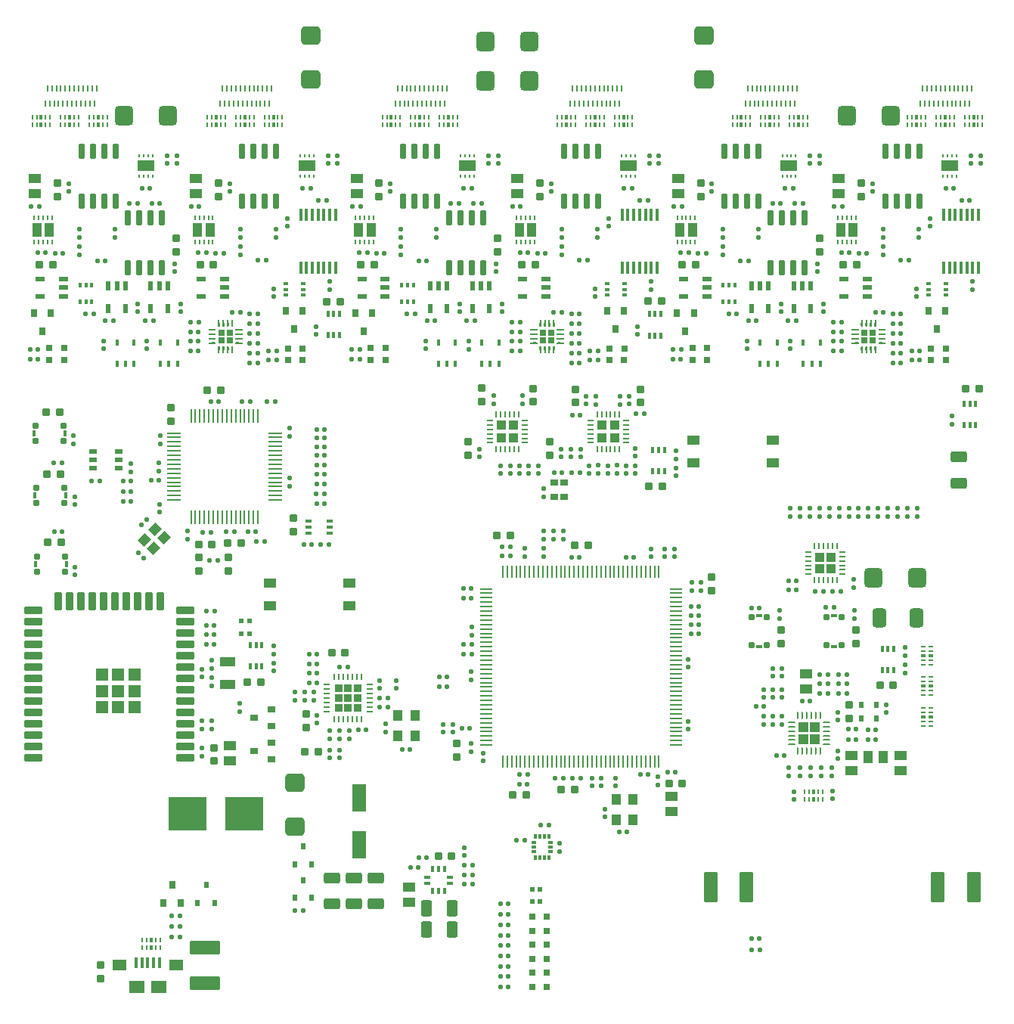
<source format=gtp>
G04*
G04 #@! TF.GenerationSoftware,Altium Limited,Altium Designer,20.1.11 (218)*
G04*
G04 Layer_Color=8421504*
%FSLAX24Y24*%
%MOIN*%
G70*
G04*
G04 #@! TF.SameCoordinates,8E8D3587-AC64-4FAB-BC23-9619E2EF9FFF*
G04*
G04*
G04 #@! TF.FilePolarity,Positive*
G04*
G01*
G75*
%ADD27R,0.0423X0.0423*%
%ADD28R,0.0433X0.0630*%
%ADD29R,0.0276X0.0276*%
%ADD30R,0.0354X0.0354*%
%ADD31R,0.0433X0.0433*%
%ADD32R,0.0222X0.0142*%
%ADD33R,0.0142X0.0222*%
G04:AMPARAMS|DCode=34|XSize=29.5mil|YSize=13.8mil|CornerRadius=0.6mil|HoleSize=0mil|Usage=FLASHONLY|Rotation=270.000|XOffset=0mil|YOffset=0mil|HoleType=Round|Shape=RoundedRectangle|*
%AMROUNDEDRECTD34*
21,1,0.0295,0.0126,0,0,270.0*
21,1,0.0283,0.0138,0,0,270.0*
1,1,0.0012,-0.0063,-0.0142*
1,1,0.0012,-0.0063,0.0142*
1,1,0.0012,0.0063,0.0142*
1,1,0.0012,0.0063,-0.0142*
%
%ADD34ROUNDEDRECTD34*%
%ADD35R,0.0571X0.0413*%
G04:AMPARAMS|DCode=36|XSize=20mil|YSize=20mil|CornerRadius=6mil|HoleSize=0mil|Usage=FLASHONLY|Rotation=0.000|XOffset=0mil|YOffset=0mil|HoleType=Round|Shape=RoundedRectangle|*
%AMROUNDEDRECTD36*
21,1,0.0200,0.0080,0,0,0.0*
21,1,0.0080,0.0200,0,0,0.0*
1,1,0.0120,0.0040,-0.0040*
1,1,0.0120,-0.0040,-0.0040*
1,1,0.0120,-0.0040,0.0040*
1,1,0.0120,0.0040,0.0040*
%
%ADD36ROUNDEDRECTD36*%
%ADD37R,0.0295X0.0335*%
G04:AMPARAMS|DCode=38|XSize=35mil|YSize=34mil|CornerRadius=6mil|HoleSize=0mil|Usage=FLASHONLY|Rotation=180.000|XOffset=0mil|YOffset=0mil|HoleType=Round|Shape=RoundedRectangle|*
%AMROUNDEDRECTD38*
21,1,0.0350,0.0221,0,0,180.0*
21,1,0.0231,0.0340,0,0,180.0*
1,1,0.0119,-0.0116,0.0111*
1,1,0.0119,0.0116,0.0111*
1,1,0.0119,0.0116,-0.0111*
1,1,0.0119,-0.0116,-0.0111*
%
%ADD38ROUNDEDRECTD38*%
G04:AMPARAMS|DCode=39|XSize=50.4mil|YSize=50.4mil|CornerRadius=0mil|HoleSize=0mil|Usage=FLASHONLY|Rotation=0.000|XOffset=0mil|YOffset=0mil|HoleType=Round|Shape=RoundedRectangle|*
%AMROUNDEDRECTD39*
21,1,0.0504,0.0504,0,0,0.0*
21,1,0.0504,0.0504,0,0,0.0*
1,1,0.0000,0.0252,-0.0252*
1,1,0.0000,-0.0252,-0.0252*
1,1,0.0000,-0.0252,0.0252*
1,1,0.0000,0.0252,0.0252*
%
%ADD39ROUNDEDRECTD39*%
G04:AMPARAMS|DCode=40|XSize=33.5mil|YSize=76.8mil|CornerRadius=2.6mil|HoleSize=0mil|Usage=FLASHONLY|Rotation=270.000|XOffset=0mil|YOffset=0mil|HoleType=Round|Shape=RoundedRectangle|*
%AMROUNDEDRECTD40*
21,1,0.0335,0.0717,0,0,270.0*
21,1,0.0283,0.0768,0,0,270.0*
1,1,0.0051,-0.0358,-0.0142*
1,1,0.0051,-0.0358,0.0142*
1,1,0.0051,0.0358,0.0142*
1,1,0.0051,0.0358,-0.0142*
%
%ADD40ROUNDEDRECTD40*%
G04:AMPARAMS|DCode=41|XSize=76.8mil|YSize=33.5mil|CornerRadius=2.6mil|HoleSize=0mil|Usage=FLASHONLY|Rotation=180.000|XOffset=0mil|YOffset=0mil|HoleType=Round|Shape=RoundedRectangle|*
%AMROUNDEDRECTD41*
21,1,0.0768,0.0283,0,0,180.0*
21,1,0.0717,0.0335,0,0,180.0*
1,1,0.0051,-0.0358,0.0142*
1,1,0.0051,0.0358,0.0142*
1,1,0.0051,0.0358,-0.0142*
1,1,0.0051,-0.0358,-0.0142*
%
%ADD41ROUNDEDRECTD41*%
G04:AMPARAMS|DCode=42|XSize=76.8mil|YSize=33.5mil|CornerRadius=2.6mil|HoleSize=0mil|Usage=FLASHONLY|Rotation=270.000|XOffset=0mil|YOffset=0mil|HoleType=Round|Shape=RoundedRectangle|*
%AMROUNDEDRECTD42*
21,1,0.0768,0.0283,0,0,270.0*
21,1,0.0717,0.0335,0,0,270.0*
1,1,0.0051,-0.0142,-0.0358*
1,1,0.0051,-0.0142,0.0358*
1,1,0.0051,0.0142,0.0358*
1,1,0.0051,0.0142,-0.0358*
%
%ADD42ROUNDEDRECTD42*%
%ADD43R,0.0177X0.0276*%
G04:AMPARAMS|DCode=44|XSize=41.3mil|YSize=45.3mil|CornerRadius=3.3mil|HoleSize=0mil|Usage=FLASHONLY|Rotation=315.000|XOffset=0mil|YOffset=0mil|HoleType=Round|Shape=RoundedRectangle|*
%AMROUNDEDRECTD44*
21,1,0.0413,0.0386,0,0,315.0*
21,1,0.0346,0.0453,0,0,315.0*
1,1,0.0067,-0.0014,-0.0259*
1,1,0.0067,-0.0259,-0.0014*
1,1,0.0067,0.0014,0.0259*
1,1,0.0067,0.0259,0.0014*
%
%ADD44ROUNDEDRECTD44*%
G04:AMPARAMS|DCode=45|XSize=23.6mil|YSize=31.5mil|CornerRadius=0.3mil|HoleSize=0mil|Usage=FLASHONLY|Rotation=270.000|XOffset=0mil|YOffset=0mil|HoleType=Round|Shape=RoundedRectangle|*
%AMROUNDEDRECTD45*
21,1,0.0236,0.0309,0,0,270.0*
21,1,0.0230,0.0315,0,0,270.0*
1,1,0.0006,-0.0155,-0.0115*
1,1,0.0006,-0.0155,0.0115*
1,1,0.0006,0.0155,0.0115*
1,1,0.0006,0.0155,-0.0115*
%
%ADD45ROUNDEDRECTD45*%
G04:AMPARAMS|DCode=46|XSize=39.4mil|YSize=47.2mil|CornerRadius=0.2mil|HoleSize=0mil|Usage=FLASHONLY|Rotation=180.000|XOffset=0mil|YOffset=0mil|HoleType=Round|Shape=RoundedRectangle|*
%AMROUNDEDRECTD46*
21,1,0.0394,0.0469,0,0,180.0*
21,1,0.0390,0.0472,0,0,180.0*
1,1,0.0004,-0.0195,0.0234*
1,1,0.0004,0.0195,0.0234*
1,1,0.0004,0.0195,-0.0234*
1,1,0.0004,-0.0195,-0.0234*
%
%ADD46ROUNDEDRECTD46*%
G04:AMPARAMS|DCode=47|XSize=68.9mil|YSize=37.4mil|CornerRadius=3mil|HoleSize=0mil|Usage=FLASHONLY|Rotation=180.000|XOffset=0mil|YOffset=0mil|HoleType=Round|Shape=RoundedRectangle|*
%AMROUNDEDRECTD47*
21,1,0.0689,0.0315,0,0,180.0*
21,1,0.0630,0.0374,0,0,180.0*
1,1,0.0059,-0.0315,0.0157*
1,1,0.0059,0.0315,0.0157*
1,1,0.0059,0.0315,-0.0157*
1,1,0.0059,-0.0315,-0.0157*
%
%ADD47ROUNDEDRECTD47*%
%ADD48R,0.0236X0.0315*%
G04:AMPARAMS|DCode=49|XSize=23.6mil|YSize=9.4mil|CornerRadius=0.5mil|HoleSize=0mil|Usage=FLASHONLY|Rotation=270.000|XOffset=0mil|YOffset=0mil|HoleType=Round|Shape=RoundedRectangle|*
%AMROUNDEDRECTD49*
21,1,0.0236,0.0085,0,0,270.0*
21,1,0.0227,0.0094,0,0,270.0*
1,1,0.0009,-0.0043,-0.0113*
1,1,0.0009,-0.0043,0.0113*
1,1,0.0009,0.0043,0.0113*
1,1,0.0009,0.0043,-0.0113*
%
%ADD49ROUNDEDRECTD49*%
G04:AMPARAMS|DCode=50|XSize=23.6mil|YSize=9.4mil|CornerRadius=0.5mil|HoleSize=0mil|Usage=FLASHONLY|Rotation=180.000|XOffset=0mil|YOffset=0mil|HoleType=Round|Shape=RoundedRectangle|*
%AMROUNDEDRECTD50*
21,1,0.0236,0.0085,0,0,180.0*
21,1,0.0227,0.0094,0,0,180.0*
1,1,0.0009,-0.0113,0.0043*
1,1,0.0009,0.0113,0.0043*
1,1,0.0009,0.0113,-0.0043*
1,1,0.0009,-0.0113,-0.0043*
%
%ADD50ROUNDEDRECTD50*%
G04:AMPARAMS|DCode=51|XSize=29.5mil|YSize=13.8mil|CornerRadius=0.6mil|HoleSize=0mil|Usage=FLASHONLY|Rotation=0.000|XOffset=0mil|YOffset=0mil|HoleType=Round|Shape=RoundedRectangle|*
%AMROUNDEDRECTD51*
21,1,0.0295,0.0126,0,0,0.0*
21,1,0.0283,0.0138,0,0,0.0*
1,1,0.0012,0.0142,-0.0063*
1,1,0.0012,-0.0142,-0.0063*
1,1,0.0012,-0.0142,0.0063*
1,1,0.0012,0.0142,0.0063*
%
%ADD51ROUNDEDRECTD51*%
G04:AMPARAMS|DCode=52|XSize=19.7mil|YSize=37.4mil|CornerRadius=1.2mil|HoleSize=0mil|Usage=FLASHONLY|Rotation=270.000|XOffset=0mil|YOffset=0mil|HoleType=Round|Shape=RoundedRectangle|*
%AMROUNDEDRECTD52*
21,1,0.0197,0.0350,0,0,270.0*
21,1,0.0173,0.0374,0,0,270.0*
1,1,0.0024,-0.0175,-0.0087*
1,1,0.0024,-0.0175,0.0087*
1,1,0.0024,0.0175,0.0087*
1,1,0.0024,0.0175,-0.0087*
%
%ADD52ROUNDEDRECTD52*%
G04:AMPARAMS|DCode=53|XSize=9.8mil|YSize=19.3mil|CornerRadius=0.2mil|HoleSize=0mil|Usage=FLASHONLY|Rotation=180.000|XOffset=0mil|YOffset=0mil|HoleType=Round|Shape=RoundedRectangle|*
%AMROUNDEDRECTD53*
21,1,0.0098,0.0189,0,0,180.0*
21,1,0.0094,0.0193,0,0,180.0*
1,1,0.0004,-0.0047,0.0094*
1,1,0.0004,0.0047,0.0094*
1,1,0.0004,0.0047,-0.0094*
1,1,0.0004,-0.0047,-0.0094*
%
%ADD53ROUNDEDRECTD53*%
G04:AMPARAMS|DCode=54|XSize=14.6mil|YSize=21.7mil|CornerRadius=0.7mil|HoleSize=0mil|Usage=FLASHONLY|Rotation=270.000|XOffset=0mil|YOffset=0mil|HoleType=Round|Shape=RoundedRectangle|*
%AMROUNDEDRECTD54*
21,1,0.0146,0.0203,0,0,270.0*
21,1,0.0132,0.0217,0,0,270.0*
1,1,0.0013,-0.0102,-0.0066*
1,1,0.0013,-0.0102,0.0066*
1,1,0.0013,0.0102,0.0066*
1,1,0.0013,0.0102,-0.0066*
%
%ADD54ROUNDEDRECTD54*%
G04:AMPARAMS|DCode=55|XSize=14.6mil|YSize=21.7mil|CornerRadius=0.7mil|HoleSize=0mil|Usage=FLASHONLY|Rotation=0.000|XOffset=0mil|YOffset=0mil|HoleType=Round|Shape=RoundedRectangle|*
%AMROUNDEDRECTD55*
21,1,0.0146,0.0203,0,0,0.0*
21,1,0.0132,0.0217,0,0,0.0*
1,1,0.0013,0.0066,-0.0102*
1,1,0.0013,-0.0066,-0.0102*
1,1,0.0013,-0.0066,0.0102*
1,1,0.0013,0.0066,0.0102*
%
%ADD55ROUNDEDRECTD55*%
%ADD56R,0.0768X0.0453*%
%ADD57R,0.0079X0.0177*%
G04:AMPARAMS|DCode=58|XSize=23.6mil|YSize=66.9mil|CornerRadius=2.9mil|HoleSize=0mil|Usage=FLASHONLY|Rotation=180.000|XOffset=0mil|YOffset=0mil|HoleType=Round|Shape=RoundedRectangle|*
%AMROUNDEDRECTD58*
21,1,0.0236,0.0612,0,0,180.0*
21,1,0.0179,0.0669,0,0,180.0*
1,1,0.0057,-0.0090,0.0306*
1,1,0.0057,0.0090,0.0306*
1,1,0.0057,0.0090,-0.0306*
1,1,0.0057,-0.0090,-0.0306*
%
%ADD58ROUNDEDRECTD58*%
G04:AMPARAMS|DCode=59|XSize=11.8mil|YSize=51.2mil|CornerRadius=0.4mil|HoleSize=0mil|Usage=FLASHONLY|Rotation=180.000|XOffset=0mil|YOffset=0mil|HoleType=Round|Shape=RoundedRectangle|*
%AMROUNDEDRECTD59*
21,1,0.0118,0.0504,0,0,180.0*
21,1,0.0110,0.0512,0,0,180.0*
1,1,0.0008,-0.0055,0.0252*
1,1,0.0008,0.0055,0.0252*
1,1,0.0008,0.0055,-0.0252*
1,1,0.0008,-0.0055,-0.0252*
%
%ADD59ROUNDEDRECTD59*%
G04:AMPARAMS|DCode=60|XSize=9.1mil|YSize=25.6mil|CornerRadius=0mil|HoleSize=0mil|Usage=FLASHONLY|Rotation=180.000|XOffset=0mil|YOffset=0mil|HoleType=Round|Shape=RoundedRectangle|*
%AMROUNDEDRECTD60*
21,1,0.0091,0.0256,0,0,180.0*
21,1,0.0091,0.0256,0,0,180.0*
1,1,0.0000,-0.0045,0.0128*
1,1,0.0000,0.0045,0.0128*
1,1,0.0000,0.0045,-0.0128*
1,1,0.0000,-0.0045,-0.0128*
%
%ADD60ROUNDEDRECTD60*%
G04:AMPARAMS|DCode=61|XSize=9.1mil|YSize=25.6mil|CornerRadius=0mil|HoleSize=0mil|Usage=FLASHONLY|Rotation=90.000|XOffset=0mil|YOffset=0mil|HoleType=Round|Shape=RoundedRectangle|*
%AMROUNDEDRECTD61*
21,1,0.0091,0.0256,0,0,90.0*
21,1,0.0091,0.0256,0,0,90.0*
1,1,0.0000,0.0128,0.0045*
1,1,0.0000,0.0128,-0.0045*
1,1,0.0000,-0.0128,-0.0045*
1,1,0.0000,-0.0128,0.0045*
%
%ADD61ROUNDEDRECTD61*%
%ADD62R,0.0374X0.0197*%
%ADD63R,0.0010X0.0010*%
G04:AMPARAMS|DCode=64|XSize=7.9mil|YSize=29.5mil|CornerRadius=1.5mil|HoleSize=0mil|Usage=FLASHONLY|Rotation=90.000|XOffset=0mil|YOffset=0mil|HoleType=Round|Shape=RoundedRectangle|*
%AMROUNDEDRECTD64*
21,1,0.0079,0.0266,0,0,90.0*
21,1,0.0049,0.0295,0,0,90.0*
1,1,0.0030,0.0133,0.0025*
1,1,0.0030,0.0133,-0.0025*
1,1,0.0030,-0.0133,-0.0025*
1,1,0.0030,-0.0133,0.0025*
%
%ADD64ROUNDEDRECTD64*%
G04:AMPARAMS|DCode=65|XSize=7.9mil|YSize=29.5mil|CornerRadius=1.5mil|HoleSize=0mil|Usage=FLASHONLY|Rotation=180.000|XOffset=0mil|YOffset=0mil|HoleType=Round|Shape=RoundedRectangle|*
%AMROUNDEDRECTD65*
21,1,0.0079,0.0266,0,0,180.0*
21,1,0.0049,0.0295,0,0,180.0*
1,1,0.0030,-0.0025,0.0133*
1,1,0.0030,0.0025,0.0133*
1,1,0.0030,0.0025,-0.0133*
1,1,0.0030,-0.0025,-0.0133*
%
%ADD65ROUNDEDRECTD65*%
%ADD66O,0.0315X0.0098*%
%ADD67O,0.0098X0.0315*%
G04:AMPARAMS|DCode=68|XSize=59.4mil|YSize=9.1mil|CornerRadius=0.4mil|HoleSize=0mil|Usage=FLASHONLY|Rotation=180.000|XOffset=0mil|YOffset=0mil|HoleType=Round|Shape=RoundedRectangle|*
%AMROUNDEDRECTD68*
21,1,0.0594,0.0083,0,0,180.0*
21,1,0.0587,0.0091,0,0,180.0*
1,1,0.0008,-0.0293,0.0041*
1,1,0.0008,0.0293,0.0041*
1,1,0.0008,0.0293,-0.0041*
1,1,0.0008,-0.0293,-0.0041*
%
%ADD68ROUNDEDRECTD68*%
G04:AMPARAMS|DCode=69|XSize=59.4mil|YSize=9.1mil|CornerRadius=0.4mil|HoleSize=0mil|Usage=FLASHONLY|Rotation=270.000|XOffset=0mil|YOffset=0mil|HoleType=Round|Shape=RoundedRectangle|*
%AMROUNDEDRECTD69*
21,1,0.0594,0.0083,0,0,270.0*
21,1,0.0587,0.0091,0,0,270.0*
1,1,0.0008,-0.0041,-0.0293*
1,1,0.0008,-0.0041,0.0293*
1,1,0.0008,0.0041,0.0293*
1,1,0.0008,0.0041,-0.0293*
%
%ADD69ROUNDEDRECTD69*%
G04:AMPARAMS|DCode=70|XSize=9.8mil|YSize=33.5mil|CornerRadius=2.5mil|HoleSize=0mil|Usage=FLASHONLY|Rotation=0.000|XOffset=0mil|YOffset=0mil|HoleType=Round|Shape=RoundedRectangle|*
%AMROUNDEDRECTD70*
21,1,0.0098,0.0285,0,0,0.0*
21,1,0.0049,0.0335,0,0,0.0*
1,1,0.0049,0.0025,-0.0143*
1,1,0.0049,-0.0025,-0.0143*
1,1,0.0049,-0.0025,0.0143*
1,1,0.0049,0.0025,0.0143*
%
%ADD70ROUNDEDRECTD70*%
G04:AMPARAMS|DCode=71|XSize=9.8mil|YSize=33.5mil|CornerRadius=2.5mil|HoleSize=0mil|Usage=FLASHONLY|Rotation=90.000|XOffset=0mil|YOffset=0mil|HoleType=Round|Shape=RoundedRectangle|*
%AMROUNDEDRECTD71*
21,1,0.0098,0.0285,0,0,90.0*
21,1,0.0049,0.0335,0,0,90.0*
1,1,0.0049,0.0143,0.0025*
1,1,0.0049,0.0143,-0.0025*
1,1,0.0049,-0.0143,-0.0025*
1,1,0.0049,-0.0143,0.0025*
%
%ADD71ROUNDEDRECTD71*%
%ADD72R,0.0207X0.0118*%
%ADD73R,0.0118X0.0207*%
%ADD74R,0.0276X0.0118*%
%ADD75R,0.0118X0.0276*%
G04:AMPARAMS|DCode=76|XSize=9.8mil|YSize=51.2mil|CornerRadius=2mil|HoleSize=0mil|Usage=FLASHONLY|Rotation=180.000|XOffset=0mil|YOffset=0mil|HoleType=Round|Shape=RoundedRectangle|*
%AMROUNDEDRECTD76*
21,1,0.0098,0.0472,0,0,180.0*
21,1,0.0059,0.0512,0,0,180.0*
1,1,0.0039,-0.0030,0.0236*
1,1,0.0039,0.0030,0.0236*
1,1,0.0039,0.0030,-0.0236*
1,1,0.0039,-0.0030,-0.0236*
%
%ADD76ROUNDEDRECTD76*%
G04:AMPARAMS|DCode=77|XSize=9.8mil|YSize=51.2mil|CornerRadius=2mil|HoleSize=0mil|Usage=FLASHONLY|Rotation=90.000|XOffset=0mil|YOffset=0mil|HoleType=Round|Shape=RoundedRectangle|*
%AMROUNDEDRECTD77*
21,1,0.0098,0.0472,0,0,90.0*
21,1,0.0059,0.0512,0,0,90.0*
1,1,0.0039,0.0236,0.0030*
1,1,0.0039,0.0236,-0.0030*
1,1,0.0039,-0.0236,-0.0030*
1,1,0.0039,-0.0236,0.0030*
%
%ADD77ROUNDEDRECTD77*%
G04:AMPARAMS|DCode=78|XSize=23.6mil|YSize=25.6mil|CornerRadius=2.4mil|HoleSize=0mil|Usage=FLASHONLY|Rotation=270.000|XOffset=0mil|YOffset=0mil|HoleType=Round|Shape=RoundedRectangle|*
%AMROUNDEDRECTD78*
21,1,0.0236,0.0209,0,0,270.0*
21,1,0.0189,0.0256,0,0,270.0*
1,1,0.0047,-0.0104,-0.0094*
1,1,0.0047,-0.0104,0.0094*
1,1,0.0047,0.0104,0.0094*
1,1,0.0047,0.0104,-0.0094*
%
%ADD78ROUNDEDRECTD78*%
G04:AMPARAMS|DCode=79|XSize=27.6mil|YSize=13.8mil|CornerRadius=1.4mil|HoleSize=0mil|Usage=FLASHONLY|Rotation=90.000|XOffset=0mil|YOffset=0mil|HoleType=Round|Shape=RoundedRectangle|*
%AMROUNDEDRECTD79*
21,1,0.0276,0.0110,0,0,90.0*
21,1,0.0248,0.0138,0,0,90.0*
1,1,0.0028,0.0055,0.0124*
1,1,0.0028,0.0055,-0.0124*
1,1,0.0028,-0.0055,-0.0124*
1,1,0.0028,-0.0055,0.0124*
%
%ADD79ROUNDEDRECTD79*%
G04:AMPARAMS|DCode=80|XSize=20mil|YSize=20mil|CornerRadius=6mil|HoleSize=0mil|Usage=FLASHONLY|Rotation=90.000|XOffset=0mil|YOffset=0mil|HoleType=Round|Shape=RoundedRectangle|*
%AMROUNDEDRECTD80*
21,1,0.0200,0.0080,0,0,90.0*
21,1,0.0080,0.0200,0,0,90.0*
1,1,0.0120,0.0040,0.0040*
1,1,0.0120,0.0040,-0.0040*
1,1,0.0120,-0.0040,-0.0040*
1,1,0.0120,-0.0040,0.0040*
%
%ADD80ROUNDEDRECTD80*%
G04:AMPARAMS|DCode=81|XSize=35mil|YSize=34mil|CornerRadius=6mil|HoleSize=0mil|Usage=FLASHONLY|Rotation=270.000|XOffset=0mil|YOffset=0mil|HoleType=Round|Shape=RoundedRectangle|*
%AMROUNDEDRECTD81*
21,1,0.0350,0.0221,0,0,270.0*
21,1,0.0231,0.0340,0,0,270.0*
1,1,0.0119,-0.0111,-0.0116*
1,1,0.0119,-0.0111,0.0116*
1,1,0.0119,0.0111,0.0116*
1,1,0.0119,0.0111,-0.0116*
%
%ADD81ROUNDEDRECTD81*%
%ADD82R,0.0335X0.0295*%
%ADD83R,0.0200X0.0265*%
G04:AMPARAMS|DCode=84|XSize=55mil|YSize=43mil|CornerRadius=8mil|HoleSize=0mil|Usage=FLASHONLY|Rotation=270.000|XOffset=0mil|YOffset=0mil|HoleType=Round|Shape=RoundedRectangle|*
%AMROUNDEDRECTD84*
21,1,0.0550,0.0271,0,0,270.0*
21,1,0.0391,0.0430,0,0,270.0*
1,1,0.0159,-0.0135,-0.0195*
1,1,0.0159,-0.0135,0.0195*
1,1,0.0159,0.0135,0.0195*
1,1,0.0159,0.0135,-0.0195*
%
%ADD84ROUNDEDRECTD84*%
G04:AMPARAMS|DCode=85|XSize=55mil|YSize=43mil|CornerRadius=8mil|HoleSize=0mil|Usage=FLASHONLY|Rotation=180.000|XOffset=0mil|YOffset=0mil|HoleType=Round|Shape=RoundedRectangle|*
%AMROUNDEDRECTD85*
21,1,0.0550,0.0271,0,0,180.0*
21,1,0.0391,0.0430,0,0,180.0*
1,1,0.0159,-0.0195,0.0135*
1,1,0.0159,0.0195,0.0135*
1,1,0.0159,0.0195,-0.0135*
1,1,0.0159,-0.0195,-0.0135*
%
%ADD85ROUNDEDRECTD85*%
%ADD86R,0.0098X0.0256*%
%ADD87R,0.1670X0.1500*%
G04:AMPARAMS|DCode=88|XSize=7.9mil|YSize=22.2mil|CornerRadius=1.2mil|HoleSize=0mil|Usage=FLASHONLY|Rotation=90.000|XOffset=0mil|YOffset=0mil|HoleType=Round|Shape=RoundedRectangle|*
%AMROUNDEDRECTD88*
21,1,0.0079,0.0199,0,0,90.0*
21,1,0.0055,0.0222,0,0,90.0*
1,1,0.0024,0.0099,0.0028*
1,1,0.0024,0.0099,-0.0028*
1,1,0.0024,-0.0099,-0.0028*
1,1,0.0024,-0.0099,0.0028*
%
%ADD88ROUNDEDRECTD88*%
G04:AMPARAMS|DCode=89|XSize=83.9mil|YSize=61.8mil|CornerRadius=15mil|HoleSize=0mil|Usage=FLASHONLY|Rotation=270.000|XOffset=0mil|YOffset=0mil|HoleType=Round|Shape=RoundedRectangle|*
%AMROUNDEDRECTD89*
21,1,0.0839,0.0319,0,0,270.0*
21,1,0.0539,0.0618,0,0,270.0*
1,1,0.0299,-0.0159,-0.0270*
1,1,0.0299,-0.0159,0.0270*
1,1,0.0299,0.0159,0.0270*
1,1,0.0299,0.0159,-0.0270*
%
%ADD89ROUNDEDRECTD89*%
%ADD90R,0.0295X0.0295*%
G04:AMPARAMS|DCode=91|XSize=7.9mil|YSize=22.2mil|CornerRadius=1.2mil|HoleSize=0mil|Usage=FLASHONLY|Rotation=0.000|XOffset=0mil|YOffset=0mil|HoleType=Round|Shape=RoundedRectangle|*
%AMROUNDEDRECTD91*
21,1,0.0079,0.0199,0,0,0.0*
21,1,0.0055,0.0222,0,0,0.0*
1,1,0.0024,0.0028,-0.0099*
1,1,0.0024,-0.0028,-0.0099*
1,1,0.0024,-0.0028,0.0099*
1,1,0.0024,0.0028,0.0099*
%
%ADD91ROUNDEDRECTD91*%
G04:AMPARAMS|DCode=92|XSize=87mil|YSize=83.1mil|CornerRadius=20.3mil|HoleSize=0mil|Usage=FLASHONLY|Rotation=270.000|XOffset=0mil|YOffset=0mil|HoleType=Round|Shape=RoundedRectangle|*
%AMROUNDEDRECTD92*
21,1,0.0870,0.0425,0,0,270.0*
21,1,0.0465,0.0831,0,0,270.0*
1,1,0.0406,-0.0213,-0.0232*
1,1,0.0406,-0.0213,0.0232*
1,1,0.0406,0.0213,0.0232*
1,1,0.0406,0.0213,-0.0232*
%
%ADD92ROUNDEDRECTD92*%
G04:AMPARAMS|DCode=93|XSize=87mil|YSize=83.1mil|CornerRadius=20.3mil|HoleSize=0mil|Usage=FLASHONLY|Rotation=180.000|XOffset=0mil|YOffset=0mil|HoleType=Round|Shape=RoundedRectangle|*
%AMROUNDEDRECTD93*
21,1,0.0870,0.0425,0,0,180.0*
21,1,0.0465,0.0831,0,0,180.0*
1,1,0.0406,-0.0232,0.0213*
1,1,0.0406,0.0232,0.0213*
1,1,0.0406,0.0232,-0.0213*
1,1,0.0406,-0.0232,-0.0213*
%
%ADD93ROUNDEDRECTD93*%
%ADD94R,0.0236X0.0217*%
%ADD95R,0.0217X0.0256*%
%ADD96R,0.0618X0.1244*%
G04:AMPARAMS|DCode=97|XSize=71mil|YSize=47mil|CornerRadius=8mil|HoleSize=0mil|Usage=FLASHONLY|Rotation=90.000|XOffset=0mil|YOffset=0mil|HoleType=Round|Shape=RoundedRectangle|*
%AMROUNDEDRECTD97*
21,1,0.0710,0.0310,0,0,90.0*
21,1,0.0550,0.0470,0,0,90.0*
1,1,0.0160,0.0155,0.0275*
1,1,0.0160,0.0155,-0.0275*
1,1,0.0160,-0.0155,-0.0275*
1,1,0.0160,-0.0155,0.0275*
%
%ADD97ROUNDEDRECTD97*%
G04:AMPARAMS|DCode=98|XSize=71mil|YSize=47mil|CornerRadius=8mil|HoleSize=0mil|Usage=FLASHONLY|Rotation=180.000|XOffset=0mil|YOffset=0mil|HoleType=Round|Shape=RoundedRectangle|*
%AMROUNDEDRECTD98*
21,1,0.0710,0.0310,0,0,180.0*
21,1,0.0550,0.0470,0,0,180.0*
1,1,0.0160,-0.0275,0.0155*
1,1,0.0160,0.0275,0.0155*
1,1,0.0160,0.0275,-0.0155*
1,1,0.0160,-0.0275,-0.0155*
%
%ADD98ROUNDEDRECTD98*%
G04:AMPARAMS|DCode=99|XSize=20mil|YSize=20mil|CornerRadius=6mil|HoleSize=0mil|Usage=FLASHONLY|Rotation=45.000|XOffset=0mil|YOffset=0mil|HoleType=Round|Shape=RoundedRectangle|*
%AMROUNDEDRECTD99*
21,1,0.0200,0.0080,0,0,45.0*
21,1,0.0080,0.0200,0,0,45.0*
1,1,0.0120,0.0057,0.0000*
1,1,0.0120,0.0000,-0.0057*
1,1,0.0120,-0.0057,0.0000*
1,1,0.0120,0.0000,0.0057*
%
%ADD99ROUNDEDRECTD99*%
G04:AMPARAMS|DCode=100|XSize=20mil|YSize=20mil|CornerRadius=6mil|HoleSize=0mil|Usage=FLASHONLY|Rotation=135.000|XOffset=0mil|YOffset=0mil|HoleType=Round|Shape=RoundedRectangle|*
%AMROUNDEDRECTD100*
21,1,0.0200,0.0080,0,0,135.0*
21,1,0.0080,0.0200,0,0,135.0*
1,1,0.0120,0.0000,0.0057*
1,1,0.0120,0.0057,0.0000*
1,1,0.0120,0.0000,-0.0057*
1,1,0.0120,-0.0057,0.0000*
%
%ADD100ROUNDEDRECTD100*%
G04:AMPARAMS|DCode=101|XSize=61mil|YSize=135.8mil|CornerRadius=6.9mil|HoleSize=0mil|Usage=FLASHONLY|Rotation=0.000|XOffset=0mil|YOffset=0mil|HoleType=Round|Shape=RoundedRectangle|*
%AMROUNDEDRECTD101*
21,1,0.0610,0.1220,0,0,0.0*
21,1,0.0472,0.1358,0,0,0.0*
1,1,0.0138,0.0236,-0.0610*
1,1,0.0138,-0.0236,-0.0610*
1,1,0.0138,-0.0236,0.0610*
1,1,0.0138,0.0236,0.0610*
%
%ADD101ROUNDEDRECTD101*%
G04:AMPARAMS|DCode=102|XSize=27.6mil|YSize=13.8mil|CornerRadius=1.4mil|HoleSize=0mil|Usage=FLASHONLY|Rotation=0.000|XOffset=0mil|YOffset=0mil|HoleType=Round|Shape=RoundedRectangle|*
%AMROUNDEDRECTD102*
21,1,0.0276,0.0110,0,0,0.0*
21,1,0.0248,0.0138,0,0,0.0*
1,1,0.0028,0.0124,-0.0055*
1,1,0.0028,-0.0124,-0.0055*
1,1,0.0028,-0.0124,0.0055*
1,1,0.0028,0.0124,0.0055*
%
%ADD102ROUNDEDRECTD102*%
G04:AMPARAMS|DCode=103|XSize=23.6mil|YSize=25.6mil|CornerRadius=2.4mil|HoleSize=0mil|Usage=FLASHONLY|Rotation=0.000|XOffset=0mil|YOffset=0mil|HoleType=Round|Shape=RoundedRectangle|*
%AMROUNDEDRECTD103*
21,1,0.0236,0.0209,0,0,0.0*
21,1,0.0189,0.0256,0,0,0.0*
1,1,0.0047,0.0094,-0.0104*
1,1,0.0047,-0.0094,-0.0104*
1,1,0.0047,-0.0094,0.0104*
1,1,0.0047,0.0094,0.0104*
%
%ADD103ROUNDEDRECTD103*%
G04:AMPARAMS|DCode=104|XSize=19.7mil|YSize=37.4mil|CornerRadius=1.2mil|HoleSize=0mil|Usage=FLASHONLY|Rotation=0.000|XOffset=0mil|YOffset=0mil|HoleType=Round|Shape=RoundedRectangle|*
%AMROUNDEDRECTD104*
21,1,0.0197,0.0350,0,0,0.0*
21,1,0.0173,0.0374,0,0,0.0*
1,1,0.0024,0.0087,-0.0175*
1,1,0.0024,-0.0087,-0.0175*
1,1,0.0024,-0.0087,0.0175*
1,1,0.0024,0.0087,0.0175*
%
%ADD104ROUNDEDRECTD104*%
G04:AMPARAMS|DCode=105|XSize=61mil|YSize=135.8mil|CornerRadius=6.9mil|HoleSize=0mil|Usage=FLASHONLY|Rotation=270.000|XOffset=0mil|YOffset=0mil|HoleType=Round|Shape=RoundedRectangle|*
%AMROUNDEDRECTD105*
21,1,0.0610,0.1220,0,0,270.0*
21,1,0.0472,0.1358,0,0,270.0*
1,1,0.0138,-0.0610,-0.0236*
1,1,0.0138,-0.0610,0.0236*
1,1,0.0138,0.0610,0.0236*
1,1,0.0138,0.0610,-0.0236*
%
%ADD105ROUNDEDRECTD105*%
G04:AMPARAMS|DCode=106|XSize=11.8mil|YSize=49.2mil|CornerRadius=2mil|HoleSize=0mil|Usage=FLASHONLY|Rotation=0.000|XOffset=0mil|YOffset=0mil|HoleType=Round|Shape=RoundedRectangle|*
%AMROUNDEDRECTD106*
21,1,0.0118,0.0453,0,0,0.0*
21,1,0.0079,0.0492,0,0,0.0*
1,1,0.0039,0.0039,-0.0226*
1,1,0.0039,-0.0039,-0.0226*
1,1,0.0039,-0.0039,0.0226*
1,1,0.0039,0.0039,0.0226*
%
%ADD106ROUNDEDRECTD106*%
%ADD107R,0.0709X0.0571*%
%ADD108R,0.0591X0.0512*%
G36*
X37917Y29707D02*
X37917Y29707D01*
Y29707D01*
Y29707D01*
X37917Y29703D01*
X37915Y29694D01*
X37912Y29686D01*
X37907Y29678D01*
X37900Y29672D01*
X37893Y29667D01*
X37885Y29664D01*
X37876Y29662D01*
X37867Y29662D01*
X37858Y29664D01*
X37850Y29667D01*
X37843Y29672D01*
X37836Y29678D01*
X37831Y29686D01*
X37828Y29694D01*
X37826Y29703D01*
X37826Y29707D01*
Y29707D01*
Y29707D01*
X37826Y29835D01*
X37917D01*
X37917Y29707D01*
D02*
G37*
G36*
X37720D02*
X37720Y29707D01*
Y29707D01*
Y29707D01*
X37720Y29703D01*
X37718Y29694D01*
X37715Y29686D01*
X37710Y29678D01*
X37703Y29672D01*
X37696Y29667D01*
X37688Y29664D01*
X37679Y29662D01*
X37670Y29662D01*
X37661Y29664D01*
X37653Y29667D01*
X37646Y29672D01*
X37640Y29678D01*
X37635Y29686D01*
X37631Y29694D01*
X37629Y29703D01*
X37629Y29707D01*
Y29707D01*
Y29707D01*
X37629Y29835D01*
X37720D01*
X37720Y29707D01*
D02*
G37*
G36*
X37523D02*
X37523Y29707D01*
Y29707D01*
Y29707D01*
X37523Y29703D01*
X37521Y29694D01*
X37518Y29686D01*
X37513Y29678D01*
X37507Y29672D01*
X37499Y29667D01*
X37491Y29664D01*
X37482Y29662D01*
X37473Y29662D01*
X37465Y29664D01*
X37456Y29667D01*
X37449Y29672D01*
X37443Y29678D01*
X37438Y29686D01*
X37434Y29694D01*
X37433Y29703D01*
X37433Y29707D01*
Y29707D01*
Y29707D01*
X37433Y29835D01*
X37523D01*
X37523Y29707D01*
D02*
G37*
G36*
X37326D02*
X37326Y29707D01*
Y29707D01*
Y29707D01*
X37326Y29703D01*
X37324Y29694D01*
X37321Y29686D01*
X37316Y29678D01*
X37310Y29672D01*
X37302Y29667D01*
X37294Y29664D01*
X37285Y29662D01*
X37276Y29662D01*
X37268Y29664D01*
X37260Y29667D01*
X37252Y29672D01*
X37246Y29678D01*
X37241Y29686D01*
X37237Y29694D01*
X37236Y29703D01*
X37236Y29707D01*
Y29707D01*
Y29707D01*
X37236Y29835D01*
X37326D01*
X37326Y29707D01*
D02*
G37*
G36*
X23743D02*
X23743Y29707D01*
Y29707D01*
Y29707D01*
X23743Y29703D01*
X23742Y29694D01*
X23738Y29686D01*
X23733Y29678D01*
X23727Y29672D01*
X23720Y29667D01*
X23711Y29664D01*
X23703Y29662D01*
X23694Y29662D01*
X23685Y29664D01*
X23677Y29667D01*
X23669Y29672D01*
X23663Y29678D01*
X23658Y29686D01*
X23655Y29694D01*
X23653Y29703D01*
X23653Y29707D01*
Y29707D01*
Y29707D01*
X23653Y29835D01*
X23743D01*
X23743Y29707D01*
D02*
G37*
G36*
X23547D02*
X23547Y29707D01*
Y29707D01*
Y29707D01*
X23547Y29703D01*
X23545Y29694D01*
X23541Y29686D01*
X23537Y29678D01*
X23530Y29672D01*
X23523Y29667D01*
X23515Y29664D01*
X23506Y29662D01*
X23497Y29662D01*
X23488Y29664D01*
X23480Y29667D01*
X23473Y29672D01*
X23466Y29678D01*
X23461Y29686D01*
X23458Y29694D01*
X23456Y29703D01*
X23456Y29707D01*
Y29707D01*
Y29707D01*
X23456Y29835D01*
X23547D01*
X23547Y29707D01*
D02*
G37*
G36*
X23350D02*
X23350Y29707D01*
Y29707D01*
Y29707D01*
X23350Y29703D01*
X23348Y29694D01*
X23345Y29686D01*
X23340Y29678D01*
X23333Y29672D01*
X23326Y29667D01*
X23318Y29664D01*
X23309Y29662D01*
X23300Y29662D01*
X23291Y29664D01*
X23283Y29667D01*
X23276Y29672D01*
X23269Y29678D01*
X23265Y29686D01*
X23261Y29694D01*
X23259Y29703D01*
X23259Y29707D01*
Y29707D01*
Y29707D01*
X23259Y29835D01*
X23350D01*
X23350Y29707D01*
D02*
G37*
G36*
X23153D02*
X23153Y29707D01*
Y29707D01*
Y29707D01*
X23153Y29703D01*
X23151Y29694D01*
X23148Y29686D01*
X23143Y29678D01*
X23137Y29672D01*
X23129Y29667D01*
X23121Y29664D01*
X23112Y29662D01*
X23103Y29662D01*
X23095Y29664D01*
X23086Y29667D01*
X23079Y29672D01*
X23073Y29678D01*
X23068Y29686D01*
X23064Y29694D01*
X23063Y29703D01*
X23063Y29707D01*
Y29707D01*
Y29707D01*
X23063Y29835D01*
X23153D01*
X23153Y29707D01*
D02*
G37*
G36*
X9570D02*
X9570Y29707D01*
Y29707D01*
Y29707D01*
X9570Y29703D01*
X9568Y29694D01*
X9565Y29686D01*
X9560Y29678D01*
X9554Y29672D01*
X9546Y29667D01*
X9538Y29664D01*
X9529Y29662D01*
X9521Y29662D01*
X9512Y29664D01*
X9504Y29667D01*
X9496Y29672D01*
X9490Y29678D01*
X9485Y29686D01*
X9482Y29694D01*
X9480Y29703D01*
X9480Y29707D01*
Y29707D01*
Y29707D01*
X9480Y29835D01*
X9570D01*
X9570Y29707D01*
D02*
G37*
G36*
X9373D02*
X9373Y29707D01*
Y29707D01*
Y29707D01*
X9373Y29703D01*
X9372Y29694D01*
X9368Y29686D01*
X9363Y29678D01*
X9357Y29672D01*
X9350Y29667D01*
X9341Y29664D01*
X9333Y29662D01*
X9324Y29662D01*
X9315Y29664D01*
X9307Y29667D01*
X9299Y29672D01*
X9293Y29678D01*
X9288Y29686D01*
X9285Y29694D01*
X9283Y29703D01*
X9283Y29707D01*
Y29707D01*
Y29707D01*
X9283Y29835D01*
X9373D01*
X9373Y29707D01*
D02*
G37*
G36*
X9177D02*
X9177Y29707D01*
Y29707D01*
Y29707D01*
X9177Y29703D01*
X9175Y29694D01*
X9171Y29686D01*
X9166Y29678D01*
X9160Y29672D01*
X9153Y29667D01*
X9145Y29664D01*
X9136Y29662D01*
X9127Y29662D01*
X9118Y29664D01*
X9110Y29667D01*
X9103Y29672D01*
X9096Y29678D01*
X9091Y29686D01*
X9088Y29694D01*
X9086Y29703D01*
X9086Y29707D01*
Y29707D01*
Y29707D01*
X9086Y29835D01*
X9177D01*
X9177Y29707D01*
D02*
G37*
G36*
X8980D02*
X8980Y29707D01*
Y29707D01*
Y29707D01*
X8980Y29703D01*
X8978Y29694D01*
X8975Y29686D01*
X8970Y29678D01*
X8963Y29672D01*
X8956Y29667D01*
X8948Y29664D01*
X8939Y29662D01*
X8930Y29662D01*
X8921Y29664D01*
X8913Y29667D01*
X8906Y29672D01*
X8899Y29678D01*
X8894Y29686D01*
X8891Y29694D01*
X8889Y29703D01*
X8889Y29707D01*
Y29707D01*
Y29707D01*
X8889Y29835D01*
X8980D01*
X8980Y29707D01*
D02*
G37*
G36*
X38177Y29485D02*
X38049Y29485D01*
X38049Y29485D01*
X38049D01*
X38049D01*
X38044Y29485D01*
X38035Y29487D01*
X38027Y29490D01*
X38020Y29495D01*
X38014Y29501D01*
X38009Y29509D01*
X38005Y29517D01*
X38003Y29526D01*
X38003Y29534D01*
X38005Y29543D01*
X38009Y29551D01*
X38014Y29559D01*
X38020Y29565D01*
X38027Y29570D01*
X38035Y29573D01*
X38044Y29575D01*
X38049Y29575D01*
X38049D01*
X38049D01*
X38177Y29575D01*
Y29485D01*
D02*
G37*
G36*
X24003D02*
X23875Y29485D01*
X23875Y29485D01*
X23875D01*
X23875D01*
X23871Y29485D01*
X23862Y29487D01*
X23854Y29490D01*
X23847Y29495D01*
X23840Y29501D01*
X23835Y29509D01*
X23832Y29517D01*
X23830Y29526D01*
X23830Y29534D01*
X23832Y29543D01*
X23835Y29551D01*
X23840Y29559D01*
X23847Y29565D01*
X23854Y29570D01*
X23862Y29573D01*
X23871Y29575D01*
X23875Y29575D01*
X23875D01*
X23875D01*
X24003Y29575D01*
Y29485D01*
D02*
G37*
G36*
X9830D02*
X9702Y29485D01*
X9702Y29485D01*
X9702D01*
X9702D01*
X9698Y29485D01*
X9689Y29487D01*
X9681Y29490D01*
X9673Y29495D01*
X9667Y29501D01*
X9662Y29509D01*
X9659Y29517D01*
X9657Y29526D01*
X9657Y29534D01*
X9659Y29543D01*
X9662Y29551D01*
X9667Y29559D01*
X9673Y29565D01*
X9681Y29570D01*
X9689Y29573D01*
X9698Y29575D01*
X9702Y29575D01*
X9702D01*
X9702D01*
X9830Y29575D01*
Y29485D01*
D02*
G37*
G36*
X37104Y29575D02*
X37108Y29575D01*
X37117Y29573D01*
X37125Y29570D01*
X37133Y29565D01*
X37139Y29559D01*
X37144Y29551D01*
X37147Y29543D01*
X37149Y29534D01*
X37149Y29526D01*
X37147Y29517D01*
X37144Y29509D01*
X37139Y29501D01*
X37133Y29495D01*
X37125Y29490D01*
X37117Y29487D01*
X37108Y29485D01*
X37104Y29485D01*
X37104D01*
X37104D01*
X36976Y29485D01*
Y29575D01*
X37104Y29575D01*
X37104Y29575D01*
D02*
G37*
G36*
X22931D02*
X22935Y29575D01*
X22944Y29573D01*
X22952Y29570D01*
X22959Y29565D01*
X22966Y29559D01*
X22971Y29551D01*
X22974Y29543D01*
X22976Y29534D01*
X22976Y29526D01*
X22974Y29517D01*
X22971Y29509D01*
X22966Y29501D01*
X22959Y29495D01*
X22952Y29490D01*
X22944Y29487D01*
X22935Y29485D01*
X22931Y29485D01*
X22931D01*
X22931D01*
X22803Y29485D01*
Y29575D01*
X22931Y29575D01*
X22931Y29575D01*
D02*
G37*
G36*
X8757D02*
X8762Y29575D01*
X8771Y29573D01*
X8779Y29570D01*
X8786Y29565D01*
X8792Y29559D01*
X8797Y29551D01*
X8801Y29543D01*
X8803Y29534D01*
X8803Y29526D01*
X8801Y29517D01*
X8797Y29509D01*
X8792Y29501D01*
X8786Y29495D01*
X8779Y29490D01*
X8771Y29487D01*
X8762Y29485D01*
X8757Y29485D01*
X8757D01*
X8757D01*
X8629Y29485D01*
Y29575D01*
X8757Y29575D01*
X8757Y29575D01*
D02*
G37*
G36*
X38177Y29288D02*
X38049Y29288D01*
X38049Y29288D01*
X38049D01*
X38049D01*
X38044Y29288D01*
X38035Y29290D01*
X38027Y29293D01*
X38020Y29298D01*
X38014Y29304D01*
X38009Y29312D01*
X38005Y29320D01*
X38003Y29329D01*
X38003Y29338D01*
X38005Y29346D01*
X38009Y29355D01*
X38014Y29362D01*
X38020Y29368D01*
X38027Y29373D01*
X38035Y29377D01*
X38044Y29378D01*
X38049Y29378D01*
X38049D01*
X38049D01*
X38177Y29378D01*
Y29288D01*
D02*
G37*
G36*
X24003D02*
X23875Y29288D01*
X23875Y29288D01*
X23875D01*
X23875D01*
X23871Y29288D01*
X23862Y29290D01*
X23854Y29293D01*
X23847Y29298D01*
X23840Y29304D01*
X23835Y29312D01*
X23832Y29320D01*
X23830Y29329D01*
X23830Y29338D01*
X23832Y29346D01*
X23835Y29355D01*
X23840Y29362D01*
X23847Y29368D01*
X23854Y29373D01*
X23862Y29377D01*
X23871Y29378D01*
X23875Y29378D01*
X23875D01*
X23875D01*
X24003Y29378D01*
Y29288D01*
D02*
G37*
G36*
X9830D02*
X9702Y29288D01*
X9702Y29288D01*
X9702D01*
X9702D01*
X9698Y29288D01*
X9689Y29290D01*
X9681Y29293D01*
X9673Y29298D01*
X9667Y29304D01*
X9662Y29312D01*
X9659Y29320D01*
X9657Y29329D01*
X9657Y29338D01*
X9659Y29346D01*
X9662Y29355D01*
X9667Y29362D01*
X9673Y29368D01*
X9681Y29373D01*
X9689Y29377D01*
X9698Y29378D01*
X9702Y29378D01*
X9702D01*
X9702D01*
X9830Y29378D01*
Y29288D01*
D02*
G37*
G36*
X37104Y29378D02*
X37108Y29378D01*
X37117Y29377D01*
X37125Y29373D01*
X37133Y29368D01*
X37139Y29362D01*
X37144Y29355D01*
X37147Y29346D01*
X37149Y29338D01*
X37149Y29329D01*
X37147Y29320D01*
X37144Y29312D01*
X37139Y29304D01*
X37133Y29298D01*
X37125Y29293D01*
X37117Y29290D01*
X37108Y29288D01*
X37104Y29288D01*
X37104D01*
X37104D01*
X36976Y29288D01*
Y29378D01*
X37104Y29378D01*
X37104Y29378D01*
D02*
G37*
G36*
X22931D02*
X22935Y29378D01*
X22944Y29377D01*
X22952Y29373D01*
X22959Y29368D01*
X22966Y29362D01*
X22971Y29355D01*
X22974Y29346D01*
X22976Y29338D01*
X22976Y29329D01*
X22974Y29320D01*
X22971Y29312D01*
X22966Y29304D01*
X22959Y29298D01*
X22952Y29293D01*
X22944Y29290D01*
X22935Y29288D01*
X22931Y29288D01*
X22931D01*
X22931D01*
X22803Y29288D01*
Y29378D01*
X22931Y29378D01*
X22931Y29378D01*
D02*
G37*
G36*
X8757D02*
X8762Y29378D01*
X8771Y29377D01*
X8779Y29373D01*
X8786Y29368D01*
X8792Y29362D01*
X8797Y29355D01*
X8801Y29346D01*
X8803Y29338D01*
X8803Y29329D01*
X8801Y29320D01*
X8797Y29312D01*
X8792Y29304D01*
X8786Y29298D01*
X8779Y29293D01*
X8771Y29290D01*
X8762Y29288D01*
X8757Y29288D01*
X8757D01*
X8757D01*
X8629Y29288D01*
Y29378D01*
X8757Y29378D01*
X8757Y29378D01*
D02*
G37*
G36*
X38177Y29091D02*
X38049Y29091D01*
X38049Y29091D01*
X38049D01*
X38049D01*
X38044Y29091D01*
X38035Y29093D01*
X38027Y29096D01*
X38020Y29101D01*
X38014Y29107D01*
X38009Y29115D01*
X38005Y29123D01*
X38003Y29132D01*
X38003Y29141D01*
X38005Y29149D01*
X38009Y29158D01*
X38014Y29165D01*
X38020Y29171D01*
X38027Y29176D01*
X38035Y29180D01*
X38044Y29181D01*
X38049Y29181D01*
X38049D01*
X38049D01*
X38177Y29181D01*
Y29091D01*
D02*
G37*
G36*
X24003D02*
X23875Y29091D01*
X23875Y29091D01*
X23875D01*
X23875D01*
X23871Y29091D01*
X23862Y29093D01*
X23854Y29096D01*
X23847Y29101D01*
X23840Y29107D01*
X23835Y29115D01*
X23832Y29123D01*
X23830Y29132D01*
X23830Y29141D01*
X23832Y29149D01*
X23835Y29158D01*
X23840Y29165D01*
X23847Y29171D01*
X23854Y29176D01*
X23862Y29180D01*
X23871Y29181D01*
X23875Y29181D01*
X23875D01*
X23875D01*
X24003Y29181D01*
Y29091D01*
D02*
G37*
G36*
X9830D02*
X9702Y29091D01*
X9702Y29091D01*
X9702D01*
X9702D01*
X9698Y29091D01*
X9689Y29093D01*
X9681Y29096D01*
X9673Y29101D01*
X9667Y29107D01*
X9662Y29115D01*
X9659Y29123D01*
X9657Y29132D01*
X9657Y29141D01*
X9659Y29149D01*
X9662Y29158D01*
X9667Y29165D01*
X9673Y29171D01*
X9681Y29176D01*
X9689Y29180D01*
X9698Y29181D01*
X9702Y29181D01*
X9702D01*
X9702D01*
X9830Y29181D01*
Y29091D01*
D02*
G37*
G36*
X37104Y29181D02*
X37108Y29181D01*
X37117Y29180D01*
X37125Y29176D01*
X37133Y29171D01*
X37139Y29165D01*
X37144Y29158D01*
X37147Y29149D01*
X37149Y29141D01*
X37149Y29132D01*
X37147Y29123D01*
X37144Y29115D01*
X37139Y29107D01*
X37133Y29101D01*
X37125Y29096D01*
X37117Y29093D01*
X37108Y29091D01*
X37104Y29091D01*
X37104D01*
X37104D01*
X36976Y29091D01*
Y29181D01*
X37104Y29181D01*
X37104Y29181D01*
D02*
G37*
G36*
X22931D02*
X22935Y29181D01*
X22944Y29180D01*
X22952Y29176D01*
X22959Y29171D01*
X22966Y29165D01*
X22971Y29158D01*
X22974Y29149D01*
X22976Y29141D01*
X22976Y29132D01*
X22974Y29123D01*
X22971Y29115D01*
X22966Y29107D01*
X22959Y29101D01*
X22952Y29096D01*
X22944Y29093D01*
X22935Y29091D01*
X22931Y29091D01*
X22931D01*
X22931D01*
X22803Y29091D01*
Y29181D01*
X22931Y29181D01*
X22931Y29181D01*
D02*
G37*
G36*
X8757D02*
X8762Y29181D01*
X8771Y29180D01*
X8779Y29176D01*
X8786Y29171D01*
X8792Y29165D01*
X8797Y29158D01*
X8801Y29149D01*
X8803Y29141D01*
X8803Y29132D01*
X8801Y29123D01*
X8797Y29115D01*
X8792Y29107D01*
X8786Y29101D01*
X8779Y29096D01*
X8771Y29093D01*
X8762Y29091D01*
X8757Y29091D01*
X8757D01*
X8757D01*
X8629Y29091D01*
Y29181D01*
X8757Y29181D01*
X8757Y29181D01*
D02*
G37*
G36*
X38177Y28894D02*
X38049Y28894D01*
X38049Y28894D01*
X38049D01*
X38049D01*
X38044Y28894D01*
X38035Y28896D01*
X38027Y28899D01*
X38020Y28904D01*
X38014Y28911D01*
X38009Y28918D01*
X38005Y28926D01*
X38003Y28935D01*
X38003Y28944D01*
X38005Y28953D01*
X38009Y28961D01*
X38014Y28968D01*
X38020Y28975D01*
X38027Y28979D01*
X38035Y28983D01*
X38044Y28985D01*
X38049Y28985D01*
X38049D01*
X38049D01*
X38177Y28985D01*
Y28894D01*
D02*
G37*
G36*
X24003D02*
X23875Y28894D01*
X23875Y28894D01*
X23875D01*
X23875D01*
X23871Y28894D01*
X23862Y28896D01*
X23854Y28899D01*
X23847Y28904D01*
X23840Y28911D01*
X23835Y28918D01*
X23832Y28926D01*
X23830Y28935D01*
X23830Y28944D01*
X23832Y28953D01*
X23835Y28961D01*
X23840Y28968D01*
X23847Y28975D01*
X23854Y28979D01*
X23862Y28983D01*
X23871Y28985D01*
X23875Y28985D01*
X23875D01*
X23875D01*
X24003Y28985D01*
Y28894D01*
D02*
G37*
G36*
X9830D02*
X9702Y28894D01*
X9702Y28894D01*
X9702D01*
X9702D01*
X9698Y28894D01*
X9689Y28896D01*
X9681Y28899D01*
X9673Y28904D01*
X9667Y28911D01*
X9662Y28918D01*
X9659Y28926D01*
X9657Y28935D01*
X9657Y28944D01*
X9659Y28953D01*
X9662Y28961D01*
X9667Y28968D01*
X9673Y28975D01*
X9681Y28979D01*
X9689Y28983D01*
X9698Y28985D01*
X9702Y28985D01*
X9702D01*
X9702D01*
X9830Y28985D01*
Y28894D01*
D02*
G37*
G36*
X37104Y28985D02*
X37108Y28985D01*
X37117Y28983D01*
X37125Y28979D01*
X37133Y28975D01*
X37139Y28968D01*
X37144Y28961D01*
X37147Y28953D01*
X37149Y28944D01*
X37149Y28935D01*
X37147Y28926D01*
X37144Y28918D01*
X37139Y28911D01*
X37133Y28904D01*
X37125Y28899D01*
X37117Y28896D01*
X37108Y28894D01*
X37104Y28894D01*
X37104D01*
X37104D01*
X36976Y28894D01*
Y28985D01*
X37104Y28985D01*
X37104Y28985D01*
D02*
G37*
G36*
X22931D02*
X22935Y28985D01*
X22944Y28983D01*
X22952Y28979D01*
X22959Y28975D01*
X22966Y28968D01*
X22971Y28961D01*
X22974Y28953D01*
X22976Y28944D01*
X22976Y28935D01*
X22974Y28926D01*
X22971Y28918D01*
X22966Y28911D01*
X22959Y28904D01*
X22952Y28899D01*
X22944Y28896D01*
X22935Y28894D01*
X22931Y28894D01*
X22931D01*
X22931D01*
X22803Y28894D01*
Y28985D01*
X22931Y28985D01*
X22931Y28985D01*
D02*
G37*
G36*
X8757D02*
X8762Y28985D01*
X8771Y28983D01*
X8779Y28979D01*
X8786Y28975D01*
X8792Y28968D01*
X8797Y28961D01*
X8801Y28953D01*
X8803Y28944D01*
X8803Y28935D01*
X8801Y28926D01*
X8797Y28918D01*
X8792Y28911D01*
X8786Y28904D01*
X8779Y28899D01*
X8771Y28896D01*
X8762Y28894D01*
X8757Y28894D01*
X8757D01*
X8757D01*
X8629Y28894D01*
Y28985D01*
X8757Y28985D01*
X8757Y28985D01*
D02*
G37*
G36*
X37885Y28806D02*
X37893Y28802D01*
X37900Y28797D01*
X37907Y28791D01*
X37912Y28784D01*
X37915Y28775D01*
X37917Y28767D01*
X37917Y28762D01*
Y28762D01*
Y28762D01*
X37917Y28634D01*
X37826D01*
X37826Y28762D01*
X37826Y28762D01*
Y28762D01*
Y28762D01*
X37826Y28767D01*
X37828Y28775D01*
X37831Y28784D01*
X37836Y28791D01*
X37843Y28797D01*
X37850Y28802D01*
X37858Y28806D01*
X37867Y28807D01*
X37876Y28807D01*
X37885Y28806D01*
D02*
G37*
G36*
X37688D02*
X37696Y28802D01*
X37703Y28797D01*
X37710Y28791D01*
X37715Y28784D01*
X37718Y28775D01*
X37720Y28767D01*
X37720Y28762D01*
Y28762D01*
Y28762D01*
X37720Y28634D01*
X37629D01*
X37629Y28762D01*
X37629Y28762D01*
Y28762D01*
Y28762D01*
X37629Y28767D01*
X37631Y28775D01*
X37635Y28784D01*
X37640Y28791D01*
X37646Y28797D01*
X37653Y28802D01*
X37661Y28806D01*
X37670Y28807D01*
X37679Y28807D01*
X37688Y28806D01*
D02*
G37*
G36*
X37491D02*
X37499Y28802D01*
X37507Y28797D01*
X37513Y28791D01*
X37518Y28784D01*
X37521Y28775D01*
X37523Y28767D01*
X37523Y28762D01*
Y28762D01*
Y28762D01*
X37523Y28634D01*
X37433D01*
X37433Y28762D01*
X37433Y28762D01*
Y28762D01*
Y28762D01*
X37433Y28767D01*
X37434Y28775D01*
X37438Y28784D01*
X37443Y28791D01*
X37449Y28797D01*
X37456Y28802D01*
X37465Y28806D01*
X37473Y28807D01*
X37482Y28807D01*
X37491Y28806D01*
D02*
G37*
G36*
X37294D02*
X37302Y28802D01*
X37310Y28797D01*
X37316Y28791D01*
X37321Y28784D01*
X37324Y28775D01*
X37326Y28767D01*
X37326Y28762D01*
Y28762D01*
Y28762D01*
X37326Y28634D01*
X37236D01*
X37236Y28762D01*
X37236Y28762D01*
Y28762D01*
Y28762D01*
X37236Y28767D01*
X37237Y28775D01*
X37241Y28784D01*
X37246Y28791D01*
X37252Y28797D01*
X37260Y28802D01*
X37268Y28806D01*
X37276Y28807D01*
X37285Y28807D01*
X37294Y28806D01*
D02*
G37*
G36*
X23711D02*
X23720Y28802D01*
X23727Y28797D01*
X23733Y28791D01*
X23738Y28784D01*
X23742Y28775D01*
X23743Y28767D01*
X23743Y28762D01*
Y28762D01*
Y28762D01*
X23743Y28634D01*
X23653D01*
X23653Y28762D01*
X23653Y28762D01*
Y28762D01*
Y28762D01*
X23653Y28767D01*
X23655Y28775D01*
X23658Y28784D01*
X23663Y28791D01*
X23669Y28797D01*
X23677Y28802D01*
X23685Y28806D01*
X23694Y28807D01*
X23703Y28807D01*
X23711Y28806D01*
D02*
G37*
G36*
X23515D02*
X23523Y28802D01*
X23530Y28797D01*
X23537Y28791D01*
X23541Y28784D01*
X23545Y28775D01*
X23547Y28767D01*
X23547Y28762D01*
Y28762D01*
Y28762D01*
X23547Y28634D01*
X23456D01*
X23456Y28762D01*
X23456Y28762D01*
Y28762D01*
Y28762D01*
X23456Y28767D01*
X23458Y28775D01*
X23461Y28784D01*
X23466Y28791D01*
X23473Y28797D01*
X23480Y28802D01*
X23488Y28806D01*
X23497Y28807D01*
X23506Y28807D01*
X23515Y28806D01*
D02*
G37*
G36*
X23318D02*
X23326Y28802D01*
X23333Y28797D01*
X23340Y28791D01*
X23345Y28784D01*
X23348Y28775D01*
X23350Y28767D01*
X23350Y28762D01*
Y28762D01*
Y28762D01*
X23350Y28634D01*
X23259D01*
X23259Y28762D01*
X23259Y28762D01*
Y28762D01*
Y28762D01*
X23259Y28767D01*
X23261Y28775D01*
X23265Y28784D01*
X23269Y28791D01*
X23276Y28797D01*
X23283Y28802D01*
X23291Y28806D01*
X23300Y28807D01*
X23309Y28807D01*
X23318Y28806D01*
D02*
G37*
G36*
X23121D02*
X23129Y28802D01*
X23137Y28797D01*
X23143Y28791D01*
X23148Y28784D01*
X23151Y28775D01*
X23153Y28767D01*
X23153Y28762D01*
Y28762D01*
Y28762D01*
X23153Y28634D01*
X23063D01*
X23063Y28762D01*
X23063Y28762D01*
Y28762D01*
Y28762D01*
X23063Y28767D01*
X23064Y28775D01*
X23068Y28784D01*
X23073Y28791D01*
X23079Y28797D01*
X23086Y28802D01*
X23095Y28806D01*
X23103Y28807D01*
X23112Y28807D01*
X23121Y28806D01*
D02*
G37*
G36*
X9538D02*
X9546Y28802D01*
X9554Y28797D01*
X9560Y28791D01*
X9565Y28784D01*
X9568Y28775D01*
X9570Y28767D01*
X9570Y28762D01*
Y28762D01*
Y28762D01*
X9570Y28634D01*
X9480D01*
X9480Y28762D01*
X9480Y28762D01*
Y28762D01*
Y28762D01*
X9480Y28767D01*
X9482Y28775D01*
X9485Y28784D01*
X9490Y28791D01*
X9496Y28797D01*
X9504Y28802D01*
X9512Y28806D01*
X9521Y28807D01*
X9529Y28807D01*
X9538Y28806D01*
D02*
G37*
G36*
X9341D02*
X9350Y28802D01*
X9357Y28797D01*
X9363Y28791D01*
X9368Y28784D01*
X9372Y28775D01*
X9373Y28767D01*
X9373Y28762D01*
Y28762D01*
Y28762D01*
X9373Y28634D01*
X9283D01*
X9283Y28762D01*
X9283Y28762D01*
Y28762D01*
Y28762D01*
X9283Y28767D01*
X9285Y28775D01*
X9288Y28784D01*
X9293Y28791D01*
X9299Y28797D01*
X9307Y28802D01*
X9315Y28806D01*
X9324Y28807D01*
X9333Y28807D01*
X9341Y28806D01*
D02*
G37*
G36*
X9145D02*
X9153Y28802D01*
X9160Y28797D01*
X9166Y28791D01*
X9171Y28784D01*
X9175Y28775D01*
X9177Y28767D01*
X9177Y28762D01*
Y28762D01*
Y28762D01*
X9177Y28634D01*
X9086D01*
X9086Y28762D01*
X9086Y28762D01*
Y28762D01*
Y28762D01*
X9086Y28767D01*
X9088Y28775D01*
X9091Y28784D01*
X9096Y28791D01*
X9103Y28797D01*
X9110Y28802D01*
X9118Y28806D01*
X9127Y28807D01*
X9136Y28807D01*
X9145Y28806D01*
D02*
G37*
G36*
X8948D02*
X8956Y28802D01*
X8963Y28797D01*
X8970Y28791D01*
X8975Y28784D01*
X8978Y28775D01*
X8980Y28767D01*
X8980Y28762D01*
Y28762D01*
Y28762D01*
X8980Y28634D01*
X8889D01*
X8889Y28762D01*
X8889Y28762D01*
Y28762D01*
Y28762D01*
X8889Y28767D01*
X8891Y28775D01*
X8894Y28784D01*
X8899Y28791D01*
X8906Y28797D01*
X8913Y28802D01*
X8921Y28806D01*
X8930Y28807D01*
X8939Y28807D01*
X8948Y28806D01*
D02*
G37*
G36*
X35419Y11788D02*
X34988D01*
Y12219D01*
X35419D01*
Y11788D01*
D02*
G37*
G36*
X34909D02*
X34478D01*
Y12219D01*
X34909D01*
Y11788D01*
D02*
G37*
G36*
X35419Y11278D02*
X34988D01*
Y11709D01*
X35419D01*
Y11278D01*
D02*
G37*
G36*
X34909D02*
X34478D01*
Y11709D01*
X34909D01*
Y11278D01*
D02*
G37*
D27*
X35428Y19497D02*
D03*
X35930D02*
D03*
Y18995D02*
D03*
X35428D02*
D03*
D28*
X29812Y33930D02*
D03*
X29261Y33930D02*
D03*
X15639Y33930D02*
D03*
X15088Y33930D02*
D03*
X1466Y33930D02*
D03*
X914Y33930D02*
D03*
X36899Y33930D02*
D03*
X36347Y33930D02*
D03*
X22725Y33930D02*
D03*
X22174Y33930D02*
D03*
X8552Y33930D02*
D03*
X8001Y33930D02*
D03*
D29*
X37753Y29058D02*
D03*
X37399D02*
D03*
X37399Y29412D02*
D03*
X37753Y29412D02*
D03*
X23580Y29058D02*
D03*
X23226D02*
D03*
X23226Y29412D02*
D03*
X23580Y29412D02*
D03*
X9407Y29058D02*
D03*
X9053D02*
D03*
X9053Y29412D02*
D03*
X9407Y29412D02*
D03*
D30*
X15070Y13731D02*
D03*
X14204D02*
D03*
X14637Y13731D02*
D03*
X15070Y13298D02*
D03*
X14204D02*
D03*
X14637Y13298D02*
D03*
X15070Y12865D02*
D03*
X14204D02*
D03*
X14637Y12865D02*
D03*
D31*
X21931Y25320D02*
D03*
Y24769D02*
D03*
X21380D02*
D03*
Y25320D02*
D03*
X26379D02*
D03*
Y24769D02*
D03*
X25828D02*
D03*
Y25320D02*
D03*
D32*
X40322Y15157D02*
D03*
X39993D02*
D03*
X40322Y13831D02*
D03*
X39993D02*
D03*
Y12472D02*
D03*
X40322D02*
D03*
D33*
X42205Y38576D02*
D03*
X42205Y38904D02*
D03*
X26772Y38576D02*
D03*
X26772Y38904D02*
D03*
X11339Y38576D02*
D03*
X11339Y38904D02*
D03*
X39685Y38576D02*
D03*
X39685Y38904D02*
D03*
X24252Y38576D02*
D03*
X24252Y38904D02*
D03*
X8819Y38576D02*
D03*
X8819Y38904D02*
D03*
X40945Y38576D02*
D03*
X40945Y38904D02*
D03*
X25512Y38576D02*
D03*
X25512Y38904D02*
D03*
X10079Y38576D02*
D03*
X10079Y38904D02*
D03*
X35153Y9164D02*
D03*
X35153Y8836D02*
D03*
X31969Y38576D02*
D03*
X31969Y38904D02*
D03*
X16535Y38576D02*
D03*
X16535Y38904D02*
D03*
X1102Y38576D02*
D03*
X1102Y38904D02*
D03*
X33228Y38576D02*
D03*
X33228Y38904D02*
D03*
X17795Y38576D02*
D03*
X17795Y38904D02*
D03*
X2362Y38576D02*
D03*
X2362Y38904D02*
D03*
X34488Y38576D02*
D03*
X34488Y38904D02*
D03*
X19055Y38576D02*
D03*
X19055Y38904D02*
D03*
X3622Y38576D02*
D03*
X3622Y38904D02*
D03*
X5963Y2300D02*
D03*
X5963Y2629D02*
D03*
D34*
X28425Y30226D02*
D03*
X28169D02*
D03*
X27913D02*
D03*
Y29281D02*
D03*
X28169D02*
D03*
X28425D02*
D03*
X14252Y30230D02*
D03*
X13996D02*
D03*
X13740D02*
D03*
Y29285D02*
D03*
X13996D02*
D03*
X14252D02*
D03*
X10324Y14688D02*
D03*
X10580D02*
D03*
X10836D02*
D03*
Y15633D02*
D03*
X10580D02*
D03*
X10324D02*
D03*
X38177Y14527D02*
D03*
X38433D02*
D03*
X38689D02*
D03*
Y15472D02*
D03*
X38433D02*
D03*
X38177D02*
D03*
X28061Y23298D02*
D03*
X28317D02*
D03*
X28573D02*
D03*
Y24243D02*
D03*
X28317D02*
D03*
X28061D02*
D03*
X42298Y26273D02*
D03*
X42042D02*
D03*
X41787D02*
D03*
Y25328D02*
D03*
X42042D02*
D03*
X42298D02*
D03*
D35*
X33367Y23660D02*
D03*
Y24660D02*
D03*
X29863Y23660D02*
D03*
Y24660D02*
D03*
X11195Y18363D02*
D03*
Y17363D02*
D03*
X14699Y18363D02*
D03*
Y17363D02*
D03*
D36*
X29100Y23445D02*
D03*
Y23095D02*
D03*
X27383Y29327D02*
D03*
Y29677D02*
D03*
X13210Y29331D02*
D03*
Y29681D02*
D03*
X32216Y29035D02*
D03*
Y28685D02*
D03*
X34116Y29035D02*
D03*
Y28685D02*
D03*
X18043Y29035D02*
D03*
Y28685D02*
D03*
X19947Y29030D02*
D03*
Y28680D02*
D03*
X3870Y29035D02*
D03*
Y28685D02*
D03*
X5770Y29035D02*
D03*
Y28685D02*
D03*
X27302Y23951D02*
D03*
Y24301D02*
D03*
X23007Y23194D02*
D03*
Y23544D02*
D03*
X23268Y20312D02*
D03*
Y20662D02*
D03*
X23693Y20663D02*
D03*
Y20313D02*
D03*
X24117Y20312D02*
D03*
Y20662D02*
D03*
X23268Y19543D02*
D03*
Y19893D02*
D03*
X14672Y11863D02*
D03*
Y11513D02*
D03*
X19249Y12150D02*
D03*
Y11800D02*
D03*
X18834Y12143D02*
D03*
Y11793D02*
D03*
X25803Y9778D02*
D03*
Y9428D02*
D03*
X25400Y9775D02*
D03*
Y9425D02*
D03*
X27995Y19526D02*
D03*
Y19876D02*
D03*
X28582Y19526D02*
D03*
Y19876D02*
D03*
X29005Y19526D02*
D03*
Y19876D02*
D03*
X33761Y12137D02*
D03*
Y12487D02*
D03*
Y13324D02*
D03*
Y13674D02*
D03*
X33356Y14611D02*
D03*
Y14261D02*
D03*
X36929Y18167D02*
D03*
Y18517D02*
D03*
X39292Y21664D02*
D03*
Y21314D02*
D03*
X36275Y21664D02*
D03*
Y21314D02*
D03*
X39723Y21664D02*
D03*
Y21314D02*
D03*
X36706Y21664D02*
D03*
Y21314D02*
D03*
X38861Y21664D02*
D03*
Y21314D02*
D03*
X35844Y21664D02*
D03*
Y21314D02*
D03*
X38430Y21664D02*
D03*
Y21314D02*
D03*
X35413Y21664D02*
D03*
Y21314D02*
D03*
X37137Y21664D02*
D03*
Y21314D02*
D03*
X34120Y21664D02*
D03*
Y21314D02*
D03*
X37568Y21664D02*
D03*
Y21314D02*
D03*
X34551Y21664D02*
D03*
Y21314D02*
D03*
X37999Y21664D02*
D03*
Y21314D02*
D03*
X34982Y21664D02*
D03*
Y21314D02*
D03*
X8200Y14225D02*
D03*
Y14575D02*
D03*
X28289Y9479D02*
D03*
Y9829D02*
D03*
X36957Y17163D02*
D03*
Y16813D02*
D03*
X11365Y14484D02*
D03*
Y14834D02*
D03*
X38226Y33613D02*
D03*
Y33963D02*
D03*
X24053Y33613D02*
D03*
Y33963D02*
D03*
X9880Y33613D02*
D03*
Y33963D02*
D03*
X39796Y33955D02*
D03*
Y33605D02*
D03*
X25623Y33955D02*
D03*
Y33605D02*
D03*
X11450Y33955D02*
D03*
Y33605D02*
D03*
X33643Y17163D02*
D03*
Y16813D02*
D03*
X38226Y33200D02*
D03*
Y32850D02*
D03*
X24053Y33200D02*
D03*
Y32850D02*
D03*
X9880Y33200D02*
D03*
Y32850D02*
D03*
X39197Y14763D02*
D03*
Y14413D02*
D03*
X42167Y31657D02*
D03*
Y31307D02*
D03*
X27994Y31657D02*
D03*
Y31307D02*
D03*
X13821Y31657D02*
D03*
Y31307D02*
D03*
X31140Y33613D02*
D03*
Y33963D02*
D03*
X16966Y33613D02*
D03*
Y33963D02*
D03*
X2793Y33613D02*
D03*
Y33963D02*
D03*
X32709Y33955D02*
D03*
Y33605D02*
D03*
X18536Y33955D02*
D03*
Y33605D02*
D03*
X4363Y33955D02*
D03*
Y33605D02*
D03*
X31140Y33200D02*
D03*
Y32850D02*
D03*
X16966Y33200D02*
D03*
Y32850D02*
D03*
X2793Y33200D02*
D03*
Y32850D02*
D03*
X9863Y12708D02*
D03*
Y13058D02*
D03*
X8618Y12289D02*
D03*
Y11939D02*
D03*
X22597Y23194D02*
D03*
Y23544D02*
D03*
X22187Y23194D02*
D03*
Y23544D02*
D03*
X21778Y23545D02*
D03*
Y23195D02*
D03*
X21368Y23194D02*
D03*
Y23544D02*
D03*
X27302Y23200D02*
D03*
Y23550D02*
D03*
X26894Y23200D02*
D03*
Y23550D02*
D03*
X25658Y23551D02*
D03*
Y23201D02*
D03*
X26486Y23551D02*
D03*
Y23201D02*
D03*
X25250Y23200D02*
D03*
Y23550D02*
D03*
X26078Y23200D02*
D03*
Y23550D02*
D03*
X33755Y14263D02*
D03*
Y14613D02*
D03*
X33361Y12488D02*
D03*
Y12138D02*
D03*
X5057Y23274D02*
D03*
Y23624D02*
D03*
X2518Y24508D02*
D03*
Y24858D02*
D03*
X7539Y20303D02*
D03*
Y20653D02*
D03*
X38369Y13006D02*
D03*
Y12656D02*
D03*
X33361Y13675D02*
D03*
Y13325D02*
D03*
X16770Y14070D02*
D03*
Y13720D02*
D03*
X35959Y9876D02*
D03*
Y10226D02*
D03*
X32961Y12491D02*
D03*
Y12141D02*
D03*
Y13675D02*
D03*
Y13325D02*
D03*
X35011Y10221D02*
D03*
Y9871D02*
D03*
X35485Y10221D02*
D03*
Y9871D02*
D03*
X34064Y10225D02*
D03*
Y9875D02*
D03*
X34538Y10221D02*
D03*
Y9871D02*
D03*
X2571Y18726D02*
D03*
Y19076D02*
D03*
X12707Y13212D02*
D03*
Y13562D02*
D03*
X13822Y11516D02*
D03*
Y11866D02*
D03*
X19768Y6366D02*
D03*
Y6716D02*
D03*
X13823Y10654D02*
D03*
Y11004D02*
D03*
X2573Y21830D02*
D03*
Y22180D02*
D03*
X14249Y11005D02*
D03*
Y10655D02*
D03*
X12289Y13212D02*
D03*
Y13562D02*
D03*
X14248Y11866D02*
D03*
Y11516D02*
D03*
X33715Y30323D02*
D03*
Y30673D02*
D03*
X19541Y30323D02*
D03*
Y30673D02*
D03*
X5368Y30323D02*
D03*
Y30673D02*
D03*
X11366Y15587D02*
D03*
Y15237D02*
D03*
X39688Y30991D02*
D03*
Y31341D02*
D03*
X25514Y30991D02*
D03*
Y31341D02*
D03*
X11341Y30991D02*
D03*
Y31341D02*
D03*
X20406Y23931D02*
D03*
Y24281D02*
D03*
X39197Y15529D02*
D03*
Y15179D02*
D03*
X42085Y37215D02*
D03*
Y36865D02*
D03*
X27912Y37215D02*
D03*
Y36865D02*
D03*
X13738Y37215D02*
D03*
Y36865D02*
D03*
X42508Y36866D02*
D03*
Y37216D02*
D03*
X28334Y36866D02*
D03*
Y37216D02*
D03*
X14161Y36866D02*
D03*
Y37216D02*
D03*
X37753Y35625D02*
D03*
Y35975D02*
D03*
X23580Y35625D02*
D03*
Y35975D02*
D03*
X9407Y35625D02*
D03*
Y35975D02*
D03*
X35318Y32436D02*
D03*
Y32085D02*
D03*
X21144Y32436D02*
D03*
Y32085D02*
D03*
X6971Y32436D02*
D03*
Y32085D02*
D03*
X35585Y30323D02*
D03*
Y30673D02*
D03*
X21411Y30323D02*
D03*
Y30673D02*
D03*
X7238Y30323D02*
D03*
Y30673D02*
D03*
X30666Y35625D02*
D03*
Y35975D02*
D03*
X16493Y35625D02*
D03*
Y35975D02*
D03*
X2320Y35625D02*
D03*
Y35975D02*
D03*
X40297Y34092D02*
D03*
Y34442D02*
D03*
X26124Y34092D02*
D03*
Y34442D02*
D03*
X11951Y34092D02*
D03*
Y34442D02*
D03*
X34998Y37215D02*
D03*
Y36865D02*
D03*
X20825Y37215D02*
D03*
Y36865D02*
D03*
X6652Y37215D02*
D03*
Y36865D02*
D03*
X35421Y36866D02*
D03*
Y37216D02*
D03*
X21248Y36866D02*
D03*
Y37216D02*
D03*
X7074Y36866D02*
D03*
Y37216D02*
D03*
X22318Y26628D02*
D03*
Y26278D02*
D03*
X21039Y26628D02*
D03*
Y26278D02*
D03*
X27027Y26609D02*
D03*
Y26259D02*
D03*
X26617Y26249D02*
D03*
Y26599D02*
D03*
X25133Y26609D02*
D03*
Y26259D02*
D03*
X8194Y12289D02*
D03*
Y11939D02*
D03*
X29103Y24197D02*
D03*
Y23847D02*
D03*
X23242Y22525D02*
D03*
Y22175D02*
D03*
X25545Y26249D02*
D03*
Y26599D02*
D03*
X24871Y24281D02*
D03*
Y23931D02*
D03*
X24452D02*
D03*
Y24281D02*
D03*
X24035Y23931D02*
D03*
Y24281D02*
D03*
X6301Y23658D02*
D03*
Y23308D02*
D03*
X23939Y6547D02*
D03*
Y6897D02*
D03*
X6310Y21843D02*
D03*
Y21493D02*
D03*
X6347Y24862D02*
D03*
Y24512D02*
D03*
X8620Y14605D02*
D03*
Y14955D02*
D03*
Y14195D02*
D03*
Y13845D02*
D03*
X8201Y10738D02*
D03*
Y11088D02*
D03*
X12040Y24845D02*
D03*
Y25195D02*
D03*
X36220Y12675D02*
D03*
Y12325D02*
D03*
X12050Y22645D02*
D03*
Y22995D02*
D03*
X36220Y10975D02*
D03*
Y10625D02*
D03*
X16273Y12152D02*
D03*
Y11802D02*
D03*
X16018Y14080D02*
D03*
Y13730D02*
D03*
X13270Y12186D02*
D03*
Y12536D02*
D03*
X13125Y13212D02*
D03*
Y13562D02*
D03*
X35983Y8854D02*
D03*
Y9204D02*
D03*
X34286Y8827D02*
D03*
Y9177D02*
D03*
X22430Y19893D02*
D03*
Y19543D02*
D03*
X41256Y25374D02*
D03*
Y25724D02*
D03*
X20070Y10943D02*
D03*
Y11293D02*
D03*
X30193Y18398D02*
D03*
Y18048D02*
D03*
X20586Y10880D02*
D03*
Y10530D02*
D03*
X20057Y14115D02*
D03*
Y14464D02*
D03*
X20080Y16070D02*
D03*
Y16420D02*
D03*
X29796Y18042D02*
D03*
Y18392D02*
D03*
X29614Y15016D02*
D03*
Y14666D02*
D03*
X29634Y12267D02*
D03*
Y11917D02*
D03*
X25963Y8411D02*
D03*
Y8061D02*
D03*
X26418Y9428D02*
D03*
Y9778D02*
D03*
D37*
X15328Y29476D02*
D03*
X14954Y30264D02*
D03*
X15702D02*
D03*
X40969Y30351D02*
D03*
X40221D02*
D03*
X40595Y29563D02*
D03*
X26796Y30351D02*
D03*
X26048D02*
D03*
X26422Y29563D02*
D03*
X12623Y30351D02*
D03*
X11875D02*
D03*
X12249Y29563D02*
D03*
X29875Y30264D02*
D03*
X29127D02*
D03*
X29501Y29476D02*
D03*
X1529Y30264D02*
D03*
X781D02*
D03*
X1155Y29476D02*
D03*
X6498Y4276D02*
D03*
X7246D02*
D03*
X6872Y5063D02*
D03*
D38*
X27854Y30798D02*
D03*
X28444D02*
D03*
X13699Y30773D02*
D03*
X14289D02*
D03*
X29959Y32415D02*
D03*
X29369D02*
D03*
X15786D02*
D03*
X15196D02*
D03*
X1613D02*
D03*
X1023D02*
D03*
X10779Y14016D02*
D03*
X10189D02*
D03*
X38669Y13869D02*
D03*
X38079D02*
D03*
X24630Y20020D02*
D03*
X25220D02*
D03*
X28477Y22635D02*
D03*
X27887D02*
D03*
X41868Y26922D02*
D03*
X42458D02*
D03*
X37046Y32415D02*
D03*
X36456D02*
D03*
X22873D02*
D03*
X22283D02*
D03*
X8700D02*
D03*
X8110D02*
D03*
X1326Y25895D02*
D03*
X1916D02*
D03*
X8425Y26870D02*
D03*
X9015D02*
D03*
X12735Y10931D02*
D03*
X13325D02*
D03*
X9925Y20150D02*
D03*
X9335D02*
D03*
X8632Y20071D02*
D03*
X8042D02*
D03*
X1383Y20163D02*
D03*
X1973D02*
D03*
X13913Y15306D02*
D03*
X14503D02*
D03*
X19198Y6320D02*
D03*
X18608D02*
D03*
X21882Y9033D02*
D03*
X22472D02*
D03*
X21188Y20455D02*
D03*
X21778D02*
D03*
X24624Y9272D02*
D03*
X24034D02*
D03*
X29370Y9547D02*
D03*
X28780D02*
D03*
X1362Y23177D02*
D03*
X1952D02*
D03*
D39*
X5223Y12887D02*
D03*
X4501D02*
D03*
X5223Y14332D02*
D03*
X4501D02*
D03*
X3778D02*
D03*
X4501Y13610D02*
D03*
X3778Y12887D02*
D03*
Y13610D02*
D03*
X5223D02*
D03*
D40*
X7453Y10657D02*
D03*
D41*
Y11157D02*
D03*
Y11657D02*
D03*
Y12157D02*
D03*
Y12657D02*
D03*
Y13157D02*
D03*
Y13657D02*
D03*
Y14157D02*
D03*
Y14657D02*
D03*
Y15157D02*
D03*
Y15657D02*
D03*
Y16157D02*
D03*
Y16657D02*
D03*
Y17157D02*
D03*
X761D02*
D03*
Y16657D02*
D03*
Y16157D02*
D03*
Y15657D02*
D03*
Y15157D02*
D03*
Y14657D02*
D03*
Y14157D02*
D03*
Y13657D02*
D03*
Y13157D02*
D03*
Y12657D02*
D03*
Y12157D02*
D03*
Y11657D02*
D03*
Y11157D02*
D03*
Y10657D02*
D03*
D42*
X3357Y17551D02*
D03*
X1857D02*
D03*
X2857D02*
D03*
X4357D02*
D03*
X5857D02*
D03*
X5357D02*
D03*
X2357D02*
D03*
X3857D02*
D03*
X4857D02*
D03*
X6357D02*
D03*
D43*
X33540Y28982D02*
D03*
X32792D02*
D03*
X33540Y28038D02*
D03*
X33166D02*
D03*
X32792D02*
D03*
X35450Y28982D02*
D03*
X34702D02*
D03*
X35450Y28038D02*
D03*
X35076D02*
D03*
X34702D02*
D03*
X19367Y28982D02*
D03*
X18619D02*
D03*
X19367Y28038D02*
D03*
X18993D02*
D03*
X18619D02*
D03*
X21277Y28982D02*
D03*
X20529D02*
D03*
X21277Y28038D02*
D03*
X20903D02*
D03*
X20529D02*
D03*
X5194Y28982D02*
D03*
X4446D02*
D03*
X5194Y28038D02*
D03*
X4820D02*
D03*
X4446D02*
D03*
X7104Y28982D02*
D03*
X6356D02*
D03*
X7104Y28038D02*
D03*
X6730D02*
D03*
X6356D02*
D03*
D44*
X5649Y20276D02*
D03*
X6039Y19886D02*
D03*
X6122Y20749D02*
D03*
X6512Y20359D02*
D03*
D45*
X23732Y22805D02*
D03*
X24145D02*
D03*
Y22175D02*
D03*
X23732D02*
D03*
D46*
X27190Y7937D02*
D03*
Y8843D02*
D03*
X26442D02*
D03*
Y7937D02*
D03*
X17579Y11644D02*
D03*
Y12550D02*
D03*
X16831D02*
D03*
Y11644D02*
D03*
D47*
X9330Y13898D02*
D03*
Y14902D02*
D03*
D48*
X37265Y13015D02*
D03*
Y12405D02*
D03*
X37915D02*
D03*
Y13015D02*
D03*
D49*
X35187Y18498D02*
D03*
X36171D02*
D03*
X35383D02*
D03*
X35580D02*
D03*
X35974D02*
D03*
X35777D02*
D03*
Y19994D02*
D03*
X35974D02*
D03*
X35580D02*
D03*
X35383D02*
D03*
X36171D02*
D03*
X35187D02*
D03*
D50*
X36427Y19148D02*
D03*
Y18951D02*
D03*
Y19345D02*
D03*
Y19542D02*
D03*
Y18754D02*
D03*
Y19738D02*
D03*
X34931D02*
D03*
Y18754D02*
D03*
Y19542D02*
D03*
Y19345D02*
D03*
Y18951D02*
D03*
Y19148D02*
D03*
D51*
X12883Y21095D02*
D03*
Y20839D02*
D03*
Y20583D02*
D03*
X13828D02*
D03*
Y20839D02*
D03*
Y21095D02*
D03*
D52*
X36501Y31016D02*
D03*
Y31764D02*
D03*
X37525Y31016D02*
D03*
Y31390D02*
D03*
Y31764D02*
D03*
X22328Y31016D02*
D03*
Y31764D02*
D03*
X23352Y31016D02*
D03*
Y31390D02*
D03*
Y31764D02*
D03*
X8155Y31016D02*
D03*
Y31764D02*
D03*
X9178Y31016D02*
D03*
Y31390D02*
D03*
Y31764D02*
D03*
X29415Y31016D02*
D03*
Y31764D02*
D03*
X30438Y31016D02*
D03*
Y31390D02*
D03*
Y31764D02*
D03*
X15241Y31016D02*
D03*
Y31764D02*
D03*
X16265Y31016D02*
D03*
Y31390D02*
D03*
Y31764D02*
D03*
X1068Y31016D02*
D03*
Y31764D02*
D03*
X2092Y31016D02*
D03*
Y31390D02*
D03*
Y31764D02*
D03*
D53*
X29930Y34475D02*
D03*
X29733D02*
D03*
X29536D02*
D03*
X29340D02*
D03*
X29143D02*
D03*
Y33385D02*
D03*
X29340D02*
D03*
X29536D02*
D03*
X29733D02*
D03*
X29930D02*
D03*
X15757Y34475D02*
D03*
X15560D02*
D03*
X15363D02*
D03*
X15166D02*
D03*
X14970D02*
D03*
Y33385D02*
D03*
X15166D02*
D03*
X15363D02*
D03*
X15560D02*
D03*
X15757D02*
D03*
X1584Y34475D02*
D03*
X1387D02*
D03*
X1190D02*
D03*
X993D02*
D03*
X796D02*
D03*
Y33385D02*
D03*
X993D02*
D03*
X1190D02*
D03*
X1387D02*
D03*
X1584D02*
D03*
X37017Y34475D02*
D03*
X36820D02*
D03*
X36623D02*
D03*
X36426D02*
D03*
X36229D02*
D03*
Y33385D02*
D03*
X36426D02*
D03*
X36623D02*
D03*
X36820D02*
D03*
X37017D02*
D03*
X22844Y34475D02*
D03*
X22647D02*
D03*
X22450D02*
D03*
X22253D02*
D03*
X22056D02*
D03*
Y33385D02*
D03*
X22253D02*
D03*
X22450D02*
D03*
X22647D02*
D03*
X22844D02*
D03*
X8670Y34475D02*
D03*
X8473D02*
D03*
X8277D02*
D03*
X8080D02*
D03*
X7883D02*
D03*
Y33385D02*
D03*
X8080D02*
D03*
X8277D02*
D03*
X8473D02*
D03*
X8670D02*
D03*
D54*
X40984Y31055D02*
D03*
Y31311D02*
D03*
Y31567D02*
D03*
X40236D02*
D03*
Y31311D02*
D03*
Y31055D02*
D03*
X26811D02*
D03*
Y31311D02*
D03*
Y31567D02*
D03*
X26063D02*
D03*
Y31311D02*
D03*
Y31055D02*
D03*
X12638D02*
D03*
Y31311D02*
D03*
Y31567D02*
D03*
X11890D02*
D03*
Y31311D02*
D03*
Y31055D02*
D03*
D55*
X31678Y31512D02*
D03*
X31422D02*
D03*
X31166D02*
D03*
Y30764D02*
D03*
X31422D02*
D03*
X31678D02*
D03*
X17505Y31512D02*
D03*
X17249D02*
D03*
X16993D02*
D03*
Y30764D02*
D03*
X17249D02*
D03*
X17505D02*
D03*
X3332Y31512D02*
D03*
X3076D02*
D03*
X2820D02*
D03*
Y30764D02*
D03*
X3076D02*
D03*
X3332D02*
D03*
D56*
X41156Y36752D02*
D03*
X26983D02*
D03*
X12810D02*
D03*
X34069D02*
D03*
X19896D02*
D03*
X5723D02*
D03*
D57*
X41451Y37205D02*
D03*
X41254D02*
D03*
X41058D02*
D03*
X40861D02*
D03*
X41451Y36300D02*
D03*
X41254D02*
D03*
X41058D02*
D03*
X40861D02*
D03*
X27278Y37205D02*
D03*
X27081D02*
D03*
X26884D02*
D03*
X26688D02*
D03*
X27278Y36300D02*
D03*
X27081D02*
D03*
X26884D02*
D03*
X26688D02*
D03*
X13105Y37205D02*
D03*
X12908D02*
D03*
X12711D02*
D03*
X12514D02*
D03*
X13105Y36300D02*
D03*
X12908D02*
D03*
X12711D02*
D03*
X12514D02*
D03*
X34365Y37205D02*
D03*
X34168D02*
D03*
X33971D02*
D03*
X33774D02*
D03*
X34365Y36300D02*
D03*
X34168D02*
D03*
X33971D02*
D03*
X33774D02*
D03*
X20191Y37205D02*
D03*
X19995D02*
D03*
X19798D02*
D03*
X19601D02*
D03*
X20191Y36300D02*
D03*
X19995D02*
D03*
X19798D02*
D03*
X19601D02*
D03*
X6018Y37205D02*
D03*
X5821D02*
D03*
X5625D02*
D03*
X5428D02*
D03*
X6018Y36300D02*
D03*
X5821D02*
D03*
X5625D02*
D03*
X5428D02*
D03*
D58*
X38311Y35198D02*
D03*
X38811D02*
D03*
X39311D02*
D03*
X39811D02*
D03*
X38311Y37403D02*
D03*
X38811D02*
D03*
X39311D02*
D03*
X39811D02*
D03*
X24138Y35198D02*
D03*
X24638D02*
D03*
X25138D02*
D03*
X25638D02*
D03*
X24138Y37403D02*
D03*
X24638D02*
D03*
X25138D02*
D03*
X25638D02*
D03*
X9965Y35198D02*
D03*
X10465D02*
D03*
X10965D02*
D03*
X11465D02*
D03*
X9965Y37403D02*
D03*
X10465D02*
D03*
X10965D02*
D03*
X11465D02*
D03*
X33256Y32260D02*
D03*
X33756D02*
D03*
X34256D02*
D03*
X34756D02*
D03*
X33256Y34465D02*
D03*
X33756D02*
D03*
X34256D02*
D03*
X34756D02*
D03*
X19083Y32260D02*
D03*
X19583D02*
D03*
X20083D02*
D03*
X20583D02*
D03*
X19083Y34465D02*
D03*
X19583D02*
D03*
X20083D02*
D03*
X20583D02*
D03*
X4909Y32260D02*
D03*
X5409D02*
D03*
X5909D02*
D03*
X6409D02*
D03*
X4909Y34465D02*
D03*
X5409D02*
D03*
X5909D02*
D03*
X6409D02*
D03*
X31225Y35198D02*
D03*
X31725D02*
D03*
X32225D02*
D03*
X32725D02*
D03*
X31225Y37403D02*
D03*
X31725D02*
D03*
X32225D02*
D03*
X32725D02*
D03*
X17051Y35198D02*
D03*
X17551D02*
D03*
X18051D02*
D03*
X18551D02*
D03*
X17051Y37403D02*
D03*
X17551D02*
D03*
X18051D02*
D03*
X18551D02*
D03*
X2878Y35198D02*
D03*
X3378D02*
D03*
X3878D02*
D03*
X4378D02*
D03*
X2878Y37403D02*
D03*
X3378D02*
D03*
X3878D02*
D03*
X4378D02*
D03*
D59*
X40888Y34587D02*
D03*
X41655D02*
D03*
X42423D02*
D03*
X41400D02*
D03*
X41144D02*
D03*
X42167D02*
D03*
X41911D02*
D03*
X40888Y32283D02*
D03*
X42423D02*
D03*
X41655D02*
D03*
X41400D02*
D03*
X41144D02*
D03*
X42167D02*
D03*
X41911D02*
D03*
X26714Y34587D02*
D03*
X27482D02*
D03*
X28250D02*
D03*
X27226D02*
D03*
X26970D02*
D03*
X27994D02*
D03*
X27738D02*
D03*
X26714Y32283D02*
D03*
X28250D02*
D03*
X27482D02*
D03*
X27226D02*
D03*
X26970D02*
D03*
X27994D02*
D03*
X27738D02*
D03*
X12541Y34587D02*
D03*
X13309D02*
D03*
X14077D02*
D03*
X13053D02*
D03*
X12797D02*
D03*
X13821D02*
D03*
X13565D02*
D03*
X12541Y32283D02*
D03*
X14077D02*
D03*
X13309D02*
D03*
X13053D02*
D03*
X12797D02*
D03*
X13821D02*
D03*
X13565D02*
D03*
D60*
X37281Y28624D02*
D03*
X37478D02*
D03*
X37871Y29845D02*
D03*
X37675D02*
D03*
X37478D02*
D03*
X37281D02*
D03*
X37675Y28624D02*
D03*
X37871D02*
D03*
X23108D02*
D03*
X23305D02*
D03*
X23698Y29845D02*
D03*
X23501D02*
D03*
X23305D02*
D03*
X23108D02*
D03*
X23501Y28624D02*
D03*
X23698D02*
D03*
X8934D02*
D03*
X9131D02*
D03*
X9525Y29845D02*
D03*
X9328D02*
D03*
X9131D02*
D03*
X8934D02*
D03*
X9328Y28624D02*
D03*
X9525D02*
D03*
D61*
X36966Y29530D02*
D03*
Y29333D02*
D03*
Y29136D02*
D03*
Y28939D02*
D03*
X38186D02*
D03*
Y29136D02*
D03*
Y29333D02*
D03*
Y29530D02*
D03*
X22793D02*
D03*
Y29333D02*
D03*
Y29136D02*
D03*
Y28939D02*
D03*
X24013D02*
D03*
Y29136D02*
D03*
Y29333D02*
D03*
Y29530D02*
D03*
X8620D02*
D03*
Y29333D02*
D03*
Y29136D02*
D03*
Y28939D02*
D03*
X9840D02*
D03*
Y29136D02*
D03*
Y29333D02*
D03*
Y29530D02*
D03*
D62*
X3400Y23427D02*
D03*
Y23801D02*
D03*
Y24175D02*
D03*
X4522D02*
D03*
Y23801D02*
D03*
Y23427D02*
D03*
D63*
X14637Y13298D02*
D03*
D64*
X15582Y13898D02*
D03*
Y13698D02*
D03*
Y13498D02*
D03*
Y13298D02*
D03*
Y13098D02*
D03*
Y12898D02*
D03*
Y12698D02*
D03*
X13692D02*
D03*
Y12898D02*
D03*
Y13098D02*
D03*
Y13298D02*
D03*
Y13498D02*
D03*
Y13698D02*
D03*
Y13898D02*
D03*
D65*
X15237Y12353D02*
D03*
X15037D02*
D03*
X14837D02*
D03*
X14637D02*
D03*
X14437D02*
D03*
X14237D02*
D03*
X14037D02*
D03*
Y14243D02*
D03*
X14237D02*
D03*
X14437D02*
D03*
X14637D02*
D03*
X14837D02*
D03*
X15037D02*
D03*
X15237D02*
D03*
D66*
X20887Y24946D02*
D03*
Y24749D02*
D03*
Y24552D02*
D03*
Y25537D02*
D03*
Y25340D02*
D03*
Y25143D02*
D03*
X22423Y24552D02*
D03*
Y24749D02*
D03*
Y24946D02*
D03*
Y25143D02*
D03*
Y25340D02*
D03*
Y25537D02*
D03*
X25336Y24946D02*
D03*
Y24749D02*
D03*
Y24552D02*
D03*
Y25537D02*
D03*
Y25340D02*
D03*
Y25143D02*
D03*
X26872Y24552D02*
D03*
Y24749D02*
D03*
Y24946D02*
D03*
Y25143D02*
D03*
Y25340D02*
D03*
Y25537D02*
D03*
D67*
X21557Y25812D02*
D03*
X21360D02*
D03*
X21163D02*
D03*
X22147D02*
D03*
X21950D02*
D03*
X21754D02*
D03*
X21163Y24277D02*
D03*
X21360D02*
D03*
X21557D02*
D03*
X21754D02*
D03*
X21950D02*
D03*
X22147D02*
D03*
X26005Y25812D02*
D03*
X25809D02*
D03*
X25612D02*
D03*
X26596D02*
D03*
X26399D02*
D03*
X26202D02*
D03*
X25612Y24277D02*
D03*
X25809D02*
D03*
X26005D02*
D03*
X26202D02*
D03*
X26399D02*
D03*
X26596D02*
D03*
D68*
X11418Y22619D02*
D03*
Y22422D02*
D03*
Y22225D02*
D03*
Y22029D02*
D03*
Y23406D02*
D03*
Y23210D02*
D03*
Y23013D02*
D03*
Y22816D02*
D03*
Y24194D02*
D03*
Y23997D02*
D03*
Y23800D02*
D03*
Y23603D02*
D03*
Y24981D02*
D03*
Y24784D02*
D03*
Y24588D02*
D03*
Y24391D02*
D03*
X6945Y22029D02*
D03*
Y22225D02*
D03*
Y22422D02*
D03*
Y22619D02*
D03*
Y22816D02*
D03*
Y23013D02*
D03*
Y23210D02*
D03*
Y23406D02*
D03*
Y23603D02*
D03*
Y23800D02*
D03*
Y23997D02*
D03*
Y24194D02*
D03*
Y24391D02*
D03*
Y24588D02*
D03*
Y24784D02*
D03*
Y24981D02*
D03*
D69*
X10068Y25741D02*
D03*
X10264D02*
D03*
X10461D02*
D03*
X10658D02*
D03*
X9280D02*
D03*
X9477D02*
D03*
X9674D02*
D03*
X9871D02*
D03*
X8493D02*
D03*
X8690D02*
D03*
X8886D02*
D03*
X9083D02*
D03*
X7705D02*
D03*
X7902D02*
D03*
X8099D02*
D03*
X8296D02*
D03*
X10658Y21269D02*
D03*
X10461D02*
D03*
X10264D02*
D03*
X10068D02*
D03*
X9871D02*
D03*
X9674D02*
D03*
X9477D02*
D03*
X9280D02*
D03*
X9083D02*
D03*
X8886D02*
D03*
X8690D02*
D03*
X8493D02*
D03*
X8296D02*
D03*
X8099D02*
D03*
X7902D02*
D03*
X7705D02*
D03*
D70*
X35441Y10973D02*
D03*
X35244D02*
D03*
X35047D02*
D03*
X34850D02*
D03*
X34653D02*
D03*
X34456D02*
D03*
Y12523D02*
D03*
X34653D02*
D03*
X34850D02*
D03*
X35047D02*
D03*
X35244D02*
D03*
X35441D02*
D03*
D71*
X34174Y11256D02*
D03*
Y11453D02*
D03*
Y11650D02*
D03*
Y11847D02*
D03*
Y12044D02*
D03*
Y12240D02*
D03*
X35724D02*
D03*
Y12044D02*
D03*
Y11847D02*
D03*
Y11650D02*
D03*
Y11453D02*
D03*
Y11256D02*
D03*
D72*
X22823Y6933D02*
D03*
Y6736D02*
D03*
Y6539D02*
D03*
X23542Y6539D02*
D03*
Y6736D02*
D03*
Y6933D02*
D03*
D73*
X22887Y7194D02*
D03*
X23478D02*
D03*
X23281D02*
D03*
X23084D02*
D03*
X23478Y6278D02*
D03*
X22887D02*
D03*
X23084D02*
D03*
X23281D02*
D03*
D74*
X19116Y5150D02*
D03*
Y5406D02*
D03*
X18131Y5150D02*
D03*
Y5406D02*
D03*
D75*
X18879Y5770D02*
D03*
X18623D02*
D03*
X18368D02*
D03*
X18879Y4786D02*
D03*
X18623D02*
D03*
X18368D02*
D03*
D76*
X21644Y18854D02*
D03*
X22432D02*
D03*
X23219D02*
D03*
X26565D02*
D03*
X27353D02*
D03*
X28140D02*
D03*
X21447D02*
D03*
X21841D02*
D03*
X22038D02*
D03*
X22235D02*
D03*
X22628D02*
D03*
X22825D02*
D03*
X23022D02*
D03*
X23416D02*
D03*
X23613D02*
D03*
X23810D02*
D03*
X24006D02*
D03*
X24203D02*
D03*
X24400D02*
D03*
X24597D02*
D03*
X24794D02*
D03*
X24991D02*
D03*
X25187D02*
D03*
X25384D02*
D03*
X25581D02*
D03*
X25778D02*
D03*
X25975D02*
D03*
X26172D02*
D03*
X26369D02*
D03*
X26762D02*
D03*
X26959D02*
D03*
X27156D02*
D03*
X27550D02*
D03*
X27747D02*
D03*
X27943D02*
D03*
X28337D02*
D03*
X21644Y10488D02*
D03*
X23219D02*
D03*
X22432D02*
D03*
X28140D02*
D03*
X27353D02*
D03*
X26565D02*
D03*
X21447D02*
D03*
X22235D02*
D03*
X22038D02*
D03*
X21841D02*
D03*
X23022D02*
D03*
X22825D02*
D03*
X22628D02*
D03*
X24006D02*
D03*
X23810D02*
D03*
X23613D02*
D03*
X23416D02*
D03*
X24794D02*
D03*
X24597D02*
D03*
X24400D02*
D03*
X24203D02*
D03*
X25581D02*
D03*
X25384D02*
D03*
X25187D02*
D03*
X24991D02*
D03*
X26369D02*
D03*
X26172D02*
D03*
X25975D02*
D03*
X25778D02*
D03*
X27156D02*
D03*
X26959D02*
D03*
X26762D02*
D03*
X27943D02*
D03*
X27747D02*
D03*
X27550D02*
D03*
X28337D02*
D03*
D77*
X20709Y17919D02*
D03*
X29075D02*
D03*
X20709Y16344D02*
D03*
Y17132D02*
D03*
X29075D02*
D03*
Y16344D02*
D03*
X20709Y11423D02*
D03*
Y12210D02*
D03*
Y12998D02*
D03*
X29075D02*
D03*
Y12210D02*
D03*
Y11423D02*
D03*
X20709Y18116D02*
D03*
X29075D02*
D03*
X20709Y17328D02*
D03*
Y17525D02*
D03*
Y17722D02*
D03*
X29075D02*
D03*
Y17525D02*
D03*
Y17328D02*
D03*
X20709Y16541D02*
D03*
Y16738D02*
D03*
Y16935D02*
D03*
X29075D02*
D03*
Y16738D02*
D03*
Y16541D02*
D03*
X20709Y15557D02*
D03*
Y15754D02*
D03*
Y15951D02*
D03*
Y16147D02*
D03*
X29075D02*
D03*
Y15951D02*
D03*
Y15754D02*
D03*
Y15557D02*
D03*
X20709Y14769D02*
D03*
Y14966D02*
D03*
Y15163D02*
D03*
Y15360D02*
D03*
X29075D02*
D03*
Y15163D02*
D03*
Y14966D02*
D03*
Y14769D02*
D03*
X20709Y13982D02*
D03*
Y14179D02*
D03*
Y14376D02*
D03*
Y14573D02*
D03*
X29075D02*
D03*
Y14376D02*
D03*
Y14179D02*
D03*
Y13982D02*
D03*
X20709Y13195D02*
D03*
Y13391D02*
D03*
Y13588D02*
D03*
Y13785D02*
D03*
X29075D02*
D03*
Y13588D02*
D03*
Y13391D02*
D03*
Y13195D02*
D03*
X20709Y12407D02*
D03*
Y12604D02*
D03*
Y12801D02*
D03*
X29075D02*
D03*
Y12604D02*
D03*
Y12407D02*
D03*
X20709Y11620D02*
D03*
Y11817D02*
D03*
Y12013D02*
D03*
X29075D02*
D03*
Y11817D02*
D03*
Y11620D02*
D03*
X20709Y11226D02*
D03*
X29075D02*
D03*
D78*
X889Y21892D02*
D03*
X2129D02*
D03*
Y22561D02*
D03*
X889D02*
D03*
X840Y24642D02*
D03*
X2080D02*
D03*
Y25311D02*
D03*
X840D02*
D03*
X908Y18880D02*
D03*
X2148D02*
D03*
Y19549D02*
D03*
X908D02*
D03*
D79*
X2188Y22226D02*
D03*
X830D02*
D03*
X2139Y24976D02*
D03*
X781D02*
D03*
X2207Y19215D02*
D03*
X849D02*
D03*
D80*
X37026Y11920D02*
D03*
X36676D02*
D03*
X16026Y12890D02*
D03*
X16376D02*
D03*
X36616Y13929D02*
D03*
X36266D02*
D03*
X35432Y13931D02*
D03*
X35782D02*
D03*
X36342Y17985D02*
D03*
X35992D02*
D03*
X30409Y32915D02*
D03*
X30059D02*
D03*
X16236D02*
D03*
X15886D02*
D03*
X2063D02*
D03*
X1713D02*
D03*
X22409Y7042D02*
D03*
X22059D02*
D03*
X21691Y2850D02*
D03*
X21341D02*
D03*
X41321Y35774D02*
D03*
X40971D02*
D03*
X27147D02*
D03*
X26797D02*
D03*
X12974D02*
D03*
X12624D02*
D03*
X37496Y32915D02*
D03*
X37146D02*
D03*
X23323D02*
D03*
X22973D02*
D03*
X9150D02*
D03*
X8800D02*
D03*
X11417Y26376D02*
D03*
X11067D02*
D03*
X12679Y20053D02*
D03*
X13029D02*
D03*
X38644Y30217D02*
D03*
X38994D02*
D03*
X24471D02*
D03*
X24821D02*
D03*
X10298D02*
D03*
X10648D02*
D03*
X39472Y28185D02*
D03*
X39822D02*
D03*
X25299D02*
D03*
X25649D02*
D03*
X11126D02*
D03*
X11476D02*
D03*
X18638Y14226D02*
D03*
X18988D02*
D03*
X41677Y35227D02*
D03*
X42027D02*
D03*
X27503D02*
D03*
X27853D02*
D03*
X13330D02*
D03*
X13680D02*
D03*
X18988Y13796D02*
D03*
X18638D02*
D03*
X28949Y28224D02*
D03*
X29299D02*
D03*
X14789Y28224D02*
D03*
X15139D02*
D03*
X613Y28227D02*
D03*
X963D02*
D03*
X38644Y28058D02*
D03*
X38994D02*
D03*
X24471D02*
D03*
X24821D02*
D03*
X10298D02*
D03*
X10648D02*
D03*
X38995Y28490D02*
D03*
X38645D02*
D03*
X24822D02*
D03*
X24472D02*
D03*
X10649D02*
D03*
X10299D02*
D03*
X39472Y28603D02*
D03*
X39822D02*
D03*
X25299D02*
D03*
X25649D02*
D03*
X11126D02*
D03*
X11476D02*
D03*
X36382Y29442D02*
D03*
X36032D02*
D03*
X22209D02*
D03*
X21859D02*
D03*
X8035D02*
D03*
X7685D02*
D03*
X36384Y29872D02*
D03*
X36034D02*
D03*
X22211D02*
D03*
X21861D02*
D03*
X8038D02*
D03*
X7688D02*
D03*
X36032Y28602D02*
D03*
X36382D02*
D03*
X21859D02*
D03*
X22209D02*
D03*
X7685D02*
D03*
X8035D02*
D03*
X38995Y28922D02*
D03*
X38645D02*
D03*
X24822D02*
D03*
X24472D02*
D03*
X10649D02*
D03*
X10299D02*
D03*
X33339Y35108D02*
D03*
X33689D02*
D03*
X19166D02*
D03*
X19516D02*
D03*
X4993D02*
D03*
X5343D02*
D03*
X34329Y35106D02*
D03*
X34679D02*
D03*
X20156D02*
D03*
X20506D02*
D03*
X5983D02*
D03*
X6333D02*
D03*
X38995Y29353D02*
D03*
X38645D02*
D03*
X24822D02*
D03*
X24472D02*
D03*
X10649D02*
D03*
X10299D02*
D03*
X38995Y29785D02*
D03*
X38645D02*
D03*
X24822D02*
D03*
X24472D02*
D03*
X10649D02*
D03*
X10299D02*
D03*
X36383Y29029D02*
D03*
X36033D02*
D03*
X22209D02*
D03*
X21859D02*
D03*
X8036D02*
D03*
X7686D02*
D03*
X34245Y35770D02*
D03*
X33895D02*
D03*
X20072D02*
D03*
X19722D02*
D03*
X5898D02*
D03*
X5548D02*
D03*
X23705Y23229D02*
D03*
X24055D02*
D03*
X13242Y23574D02*
D03*
X13592D02*
D03*
X28955Y28655D02*
D03*
X29305D02*
D03*
X14794Y28656D02*
D03*
X15144D02*
D03*
X619Y28659D02*
D03*
X969D02*
D03*
X37895Y11478D02*
D03*
X37545D02*
D03*
X36675Y11480D02*
D03*
X37025D02*
D03*
X8533Y19377D02*
D03*
X8883D02*
D03*
X5065Y21970D02*
D03*
X4715D02*
D03*
X5065Y22410D02*
D03*
X4715D02*
D03*
X4714Y22851D02*
D03*
X5064D02*
D03*
X10593Y20211D02*
D03*
X10943D02*
D03*
X5953Y22896D02*
D03*
X6303D02*
D03*
X26934Y7392D02*
D03*
X26584D02*
D03*
X8387Y16087D02*
D03*
X8737D02*
D03*
X13242Y25135D02*
D03*
X13592D02*
D03*
X8389Y17144D02*
D03*
X8739D02*
D03*
X36267Y13516D02*
D03*
X36617D02*
D03*
X13242Y24777D02*
D03*
X13592D02*
D03*
X13242Y24383D02*
D03*
X13592D02*
D03*
X13242Y23985D02*
D03*
X13592D02*
D03*
X13244Y23170D02*
D03*
X13594D02*
D03*
X35783Y13516D02*
D03*
X35433D02*
D03*
X32427Y2189D02*
D03*
X32777D02*
D03*
X32415Y2687D02*
D03*
X32765D02*
D03*
X8377Y15666D02*
D03*
X8727D02*
D03*
X32610Y12917D02*
D03*
X32960D02*
D03*
X8387Y16507D02*
D03*
X8737D02*
D03*
X2030Y20645D02*
D03*
X1680D02*
D03*
X13244Y22733D02*
D03*
X13594D02*
D03*
X13261Y14386D02*
D03*
X12911D02*
D03*
X21691Y1479D02*
D03*
X21341D02*
D03*
X13234Y22284D02*
D03*
X13584D02*
D03*
X13244Y21851D02*
D03*
X13594D02*
D03*
X17354Y11047D02*
D03*
X17004D02*
D03*
X34398Y18055D02*
D03*
X34048D02*
D03*
X34398Y18478D02*
D03*
X34048D02*
D03*
X21340Y1022D02*
D03*
X21690D02*
D03*
X18098Y6260D02*
D03*
X17748D02*
D03*
X21691Y1936D02*
D03*
X21341D02*
D03*
X19754Y5085D02*
D03*
X20104D02*
D03*
X17373Y5821D02*
D03*
X17723D02*
D03*
X36265Y14343D02*
D03*
X36615D02*
D03*
X35784D02*
D03*
X35434D02*
D03*
X13261Y15226D02*
D03*
X12911D02*
D03*
X12911Y14806D02*
D03*
X13261D02*
D03*
X19754Y5515D02*
D03*
X20104D02*
D03*
X6855Y2770D02*
D03*
X7205D02*
D03*
Y3230D02*
D03*
X6855D02*
D03*
X12642Y3929D02*
D03*
X12292D02*
D03*
X21691Y565D02*
D03*
X21341D02*
D03*
X7215Y3690D02*
D03*
X6865D02*
D03*
X2013Y23663D02*
D03*
X1663D02*
D03*
X21691Y2393D02*
D03*
X21341D02*
D03*
X21350Y4221D02*
D03*
X21700D02*
D03*
X21350Y3764D02*
D03*
X21700D02*
D03*
X21350Y3307D02*
D03*
X21700D02*
D03*
X35572Y17985D02*
D03*
X35222D02*
D03*
X29644Y32920D02*
D03*
X29294D02*
D03*
X15471D02*
D03*
X15121D02*
D03*
X1298D02*
D03*
X948D02*
D03*
X13782Y20052D02*
D03*
X13432D02*
D03*
X31757Y30237D02*
D03*
X31407D02*
D03*
X17584D02*
D03*
X17234D02*
D03*
X3411D02*
D03*
X3061D02*
D03*
X36731Y32920D02*
D03*
X36381D02*
D03*
X22558D02*
D03*
X22208D02*
D03*
X8384D02*
D03*
X8034D02*
D03*
X39001Y32615D02*
D03*
X39351D02*
D03*
X24827D02*
D03*
X25177D02*
D03*
X10654D02*
D03*
X11004D02*
D03*
X38221Y30291D02*
D03*
X37871D02*
D03*
X24048D02*
D03*
X23698D02*
D03*
X9874D02*
D03*
X9524D02*
D03*
X31921Y32570D02*
D03*
X32271D02*
D03*
X17748D02*
D03*
X18098D02*
D03*
X3575D02*
D03*
X3925D02*
D03*
X27685Y25820D02*
D03*
X27335D02*
D03*
X24515Y25780D02*
D03*
X24865D02*
D03*
X24838Y23229D02*
D03*
X24488D02*
D03*
X3329Y22873D02*
D03*
X3679D02*
D03*
X9255Y20640D02*
D03*
X9605D02*
D03*
X8235Y20590D02*
D03*
X8585D02*
D03*
X23478Y7702D02*
D03*
X23128D02*
D03*
X9966Y26374D02*
D03*
X10316D02*
D03*
X10215Y20630D02*
D03*
X10565D02*
D03*
X37903Y11916D02*
D03*
X37553D02*
D03*
X8931Y26373D02*
D03*
X8581D02*
D03*
X33858Y10768D02*
D03*
X33508D02*
D03*
X16376Y13286D02*
D03*
X16026D02*
D03*
X12911Y13966D02*
D03*
X13261D02*
D03*
X15434Y11910D02*
D03*
X15084D02*
D03*
X14257Y14658D02*
D03*
X14607D02*
D03*
X34642Y13182D02*
D03*
X34992D02*
D03*
X19638Y11958D02*
D03*
X19988D02*
D03*
X30097Y17329D02*
D03*
X29747D02*
D03*
X20112Y5933D02*
D03*
X19762D02*
D03*
X21429Y19966D02*
D03*
X21779D02*
D03*
X21781Y19553D02*
D03*
X21431D02*
D03*
X24485Y19500D02*
D03*
X24835D02*
D03*
X27234Y19494D02*
D03*
X26884D02*
D03*
X27515Y9930D02*
D03*
X27865D02*
D03*
X24873Y9772D02*
D03*
X24523D02*
D03*
X23764Y9774D02*
D03*
X24114D02*
D03*
X22184Y9516D02*
D03*
X22534D02*
D03*
X29070Y10027D02*
D03*
X28720D02*
D03*
X22539Y9936D02*
D03*
X22189D02*
D03*
X29001Y34970D02*
D03*
X29351D02*
D03*
X8058Y34967D02*
D03*
X7708D02*
D03*
X21881D02*
D03*
X22231D02*
D03*
X36054D02*
D03*
X36404D02*
D03*
X32757Y17282D02*
D03*
X32407D02*
D03*
X655Y34970D02*
D03*
X1005D02*
D03*
X14828D02*
D03*
X15178D02*
D03*
X20076Y15669D02*
D03*
X19726D02*
D03*
X30094Y16922D02*
D03*
X29744D02*
D03*
X20061Y18144D02*
D03*
X19711D02*
D03*
X20065Y17710D02*
D03*
X19715D02*
D03*
X19730Y15250D02*
D03*
X20080D02*
D03*
X30095Y16134D02*
D03*
X29745D02*
D03*
Y16530D02*
D03*
X30095D02*
D03*
X36051Y17292D02*
D03*
X35701D02*
D03*
X5688Y29928D02*
D03*
X6038D02*
D03*
X19861D02*
D03*
X20211D02*
D03*
X34035D02*
D03*
X34385D02*
D03*
X4283D02*
D03*
X3933D02*
D03*
X18456D02*
D03*
X18106D02*
D03*
X32630D02*
D03*
X32280D02*
D03*
D81*
X3732Y949D02*
D03*
Y1539D02*
D03*
X9352Y19495D02*
D03*
Y18905D02*
D03*
X8057Y19495D02*
D03*
Y18905D02*
D03*
X35406Y33557D02*
D03*
Y32967D02*
D03*
X21233Y33557D02*
D03*
Y32967D02*
D03*
X7060Y33557D02*
D03*
Y32967D02*
D03*
X37024Y15715D02*
D03*
Y16305D02*
D03*
X33715Y15709D02*
D03*
Y16299D02*
D03*
X12233Y20630D02*
D03*
Y21220D02*
D03*
X22787Y26950D02*
D03*
Y26360D02*
D03*
X20530Y26955D02*
D03*
Y26365D02*
D03*
X37263Y35985D02*
D03*
Y35395D02*
D03*
X23090Y35985D02*
D03*
Y35395D02*
D03*
X8917Y35985D02*
D03*
Y35395D02*
D03*
X30176Y35985D02*
D03*
Y35395D02*
D03*
X16003Y35985D02*
D03*
Y35395D02*
D03*
X1830Y35985D02*
D03*
Y35395D02*
D03*
X19914Y24001D02*
D03*
Y24591D02*
D03*
X27518Y26915D02*
D03*
Y26325D02*
D03*
X24655Y26915D02*
D03*
Y26325D02*
D03*
X23534Y24001D02*
D03*
Y24591D02*
D03*
X6832Y25494D02*
D03*
Y26084D02*
D03*
X8706Y10525D02*
D03*
Y11115D02*
D03*
X36720Y12415D02*
D03*
Y13005D02*
D03*
X12787Y12598D02*
D03*
Y12008D02*
D03*
X19430Y10705D02*
D03*
Y11295D02*
D03*
X30661Y18620D02*
D03*
Y18030D02*
D03*
D82*
X11269Y12059D02*
D03*
Y12807D02*
D03*
X10482Y12433D02*
D03*
X11269Y10600D02*
D03*
Y11348D02*
D03*
X10482Y10974D02*
D03*
D83*
X12660Y6757D02*
D03*
X13034Y5983D02*
D03*
X12286D02*
D03*
D84*
X37555Y10710D02*
D03*
X38225D02*
D03*
D85*
X28882Y8954D02*
D03*
Y8284D02*
D03*
X29183Y36215D02*
D03*
Y35545D02*
D03*
X15010Y36215D02*
D03*
Y35545D02*
D03*
X837Y36215D02*
D03*
Y35545D02*
D03*
X36270Y36215D02*
D03*
Y35545D02*
D03*
X22096Y36215D02*
D03*
Y35545D02*
D03*
X7923Y36215D02*
D03*
Y35545D02*
D03*
X9420Y10524D02*
D03*
Y11194D02*
D03*
X38977Y10108D02*
D03*
Y10778D02*
D03*
X36810Y10765D02*
D03*
Y10095D02*
D03*
X34818Y14383D02*
D03*
Y13713D02*
D03*
X17332Y4294D02*
D03*
Y4964D02*
D03*
D86*
X40945Y40173D02*
D03*
X40157D02*
D03*
X41732D02*
D03*
X39961D02*
D03*
X40748D02*
D03*
X40551D02*
D03*
X40354D02*
D03*
X41535D02*
D03*
X41339D02*
D03*
X41142D02*
D03*
X42126D02*
D03*
X41929D02*
D03*
X40059Y39504D02*
D03*
X39862D02*
D03*
X40846D02*
D03*
X40256D02*
D03*
X40453D02*
D03*
X40650D02*
D03*
X41043D02*
D03*
X41240D02*
D03*
X41437D02*
D03*
X41634D02*
D03*
X42028D02*
D03*
X41831D02*
D03*
X25512Y40173D02*
D03*
X24724D02*
D03*
X26299D02*
D03*
X24528D02*
D03*
X25315D02*
D03*
X25118D02*
D03*
X24921D02*
D03*
X26102D02*
D03*
X25905D02*
D03*
X25709D02*
D03*
X26693D02*
D03*
X26496D02*
D03*
X24626Y39504D02*
D03*
X24429D02*
D03*
X25413D02*
D03*
X24823D02*
D03*
X25020D02*
D03*
X25217D02*
D03*
X25610D02*
D03*
X25807D02*
D03*
X26004D02*
D03*
X26201D02*
D03*
X26594D02*
D03*
X26398D02*
D03*
X10079Y40173D02*
D03*
X9291D02*
D03*
X10866D02*
D03*
X9094D02*
D03*
X9882D02*
D03*
X9685D02*
D03*
X9488D02*
D03*
X10669D02*
D03*
X10472D02*
D03*
X10276D02*
D03*
X11260D02*
D03*
X11063D02*
D03*
X9193Y39504D02*
D03*
X8996D02*
D03*
X9980D02*
D03*
X9390D02*
D03*
X9587D02*
D03*
X9783D02*
D03*
X10177D02*
D03*
X10374D02*
D03*
X10571D02*
D03*
X10768D02*
D03*
X11161D02*
D03*
X10964D02*
D03*
X33228Y40173D02*
D03*
X32441D02*
D03*
X34016D02*
D03*
X32244D02*
D03*
X33031D02*
D03*
X32835D02*
D03*
X32638D02*
D03*
X33819D02*
D03*
X33622D02*
D03*
X33425D02*
D03*
X34409D02*
D03*
X34213D02*
D03*
X32343Y39504D02*
D03*
X32146D02*
D03*
X33130D02*
D03*
X32539D02*
D03*
X32736D02*
D03*
X32933D02*
D03*
X33327D02*
D03*
X33524D02*
D03*
X33720D02*
D03*
X33917D02*
D03*
X34311D02*
D03*
X34114D02*
D03*
X17795Y40173D02*
D03*
X17008D02*
D03*
X18583D02*
D03*
X16811D02*
D03*
X17598D02*
D03*
X17402D02*
D03*
X17205D02*
D03*
X18386D02*
D03*
X18189D02*
D03*
X17992D02*
D03*
X18976D02*
D03*
X18779D02*
D03*
X16909Y39504D02*
D03*
X16713D02*
D03*
X17697D02*
D03*
X17106D02*
D03*
X17303D02*
D03*
X17500D02*
D03*
X17894D02*
D03*
X18090D02*
D03*
X18287D02*
D03*
X18484D02*
D03*
X18878D02*
D03*
X18681D02*
D03*
X2362Y40173D02*
D03*
X1575D02*
D03*
X3150D02*
D03*
X1378D02*
D03*
X2165D02*
D03*
X1968D02*
D03*
X1772D02*
D03*
X2953D02*
D03*
X2756D02*
D03*
X2559D02*
D03*
X3543D02*
D03*
X3346D02*
D03*
X1476Y39504D02*
D03*
X1279D02*
D03*
X2264D02*
D03*
X1673D02*
D03*
X1870D02*
D03*
X2067D02*
D03*
X2461D02*
D03*
X2657D02*
D03*
X2854D02*
D03*
X3051D02*
D03*
X3445D02*
D03*
X3248D02*
D03*
D87*
X7546Y8200D02*
D03*
X10054D02*
D03*
D88*
X39993Y15551D02*
D03*
Y15354D02*
D03*
Y14961D02*
D03*
Y14764D02*
D03*
X40322Y15551D02*
D03*
Y15354D02*
D03*
Y14961D02*
D03*
Y14764D02*
D03*
X39993Y14225D02*
D03*
Y14028D02*
D03*
Y13634D02*
D03*
Y13438D02*
D03*
X40322Y14225D02*
D03*
Y14028D02*
D03*
Y13634D02*
D03*
Y13438D02*
D03*
Y12079D02*
D03*
Y12275D02*
D03*
Y12669D02*
D03*
Y12866D02*
D03*
X39993Y12079D02*
D03*
Y12275D02*
D03*
Y12669D02*
D03*
Y12866D02*
D03*
D89*
X39699Y16822D02*
D03*
X38038D02*
D03*
D90*
X22751Y3657D02*
D03*
X23400D02*
D03*
X22749Y1802D02*
D03*
X23399D02*
D03*
X22749Y2420D02*
D03*
X23399D02*
D03*
X22749Y3039D02*
D03*
X23399D02*
D03*
X40324Y28185D02*
D03*
X40974D02*
D03*
X26151D02*
D03*
X26800D02*
D03*
X11977D02*
D03*
X12627D02*
D03*
X40332Y28700D02*
D03*
X40981D02*
D03*
X26158D02*
D03*
X26808D02*
D03*
X11985D02*
D03*
X12635D02*
D03*
X29805Y28740D02*
D03*
X30455D02*
D03*
X15632D02*
D03*
X16282D02*
D03*
X1459D02*
D03*
X2108D02*
D03*
X29805Y28215D02*
D03*
X30455D02*
D03*
X15632D02*
D03*
X16282D02*
D03*
X1459D02*
D03*
X2108D02*
D03*
X22749Y1184D02*
D03*
X23399D02*
D03*
X22749Y565D02*
D03*
X23399D02*
D03*
D91*
X42598Y38905D02*
D03*
X42402D02*
D03*
X42008D02*
D03*
X41811D02*
D03*
X42598Y38576D02*
D03*
X42402D02*
D03*
X42008D02*
D03*
X41811D02*
D03*
X27165Y38905D02*
D03*
X26969D02*
D03*
X26575D02*
D03*
X26378D02*
D03*
X27165Y38576D02*
D03*
X26969D02*
D03*
X26575D02*
D03*
X26378D02*
D03*
X11732Y38905D02*
D03*
X11535D02*
D03*
X11142D02*
D03*
X10945D02*
D03*
X11732Y38576D02*
D03*
X11535D02*
D03*
X11142D02*
D03*
X10945D02*
D03*
X40079Y38905D02*
D03*
X39882D02*
D03*
X39488D02*
D03*
X39291D02*
D03*
X40079Y38576D02*
D03*
X39882D02*
D03*
X39488D02*
D03*
X39291D02*
D03*
X24646Y38905D02*
D03*
X24449D02*
D03*
X24055D02*
D03*
X23858D02*
D03*
X24646Y38576D02*
D03*
X24449D02*
D03*
X24055D02*
D03*
X23858D02*
D03*
X9213Y38905D02*
D03*
X9016D02*
D03*
X8622D02*
D03*
X8425D02*
D03*
X9213Y38576D02*
D03*
X9016D02*
D03*
X8622D02*
D03*
X8425D02*
D03*
X41339Y38905D02*
D03*
X41142D02*
D03*
X40748D02*
D03*
X40551D02*
D03*
X41339Y38576D02*
D03*
X41142D02*
D03*
X40748D02*
D03*
X40551D02*
D03*
X25906Y38905D02*
D03*
X25709D02*
D03*
X25315D02*
D03*
X25118D02*
D03*
X25906Y38576D02*
D03*
X25709D02*
D03*
X25315D02*
D03*
X25118D02*
D03*
X10472Y38905D02*
D03*
X10276D02*
D03*
X9882D02*
D03*
X9685D02*
D03*
X10472Y38576D02*
D03*
X10276D02*
D03*
X9882D02*
D03*
X9685D02*
D03*
X34759Y8835D02*
D03*
X34956D02*
D03*
X35349D02*
D03*
X35546D02*
D03*
X34759Y9164D02*
D03*
X34956D02*
D03*
X35349D02*
D03*
X35546D02*
D03*
X32362Y38905D02*
D03*
X32165D02*
D03*
X31772D02*
D03*
X31575D02*
D03*
X32362Y38576D02*
D03*
X32165D02*
D03*
X31772D02*
D03*
X31575D02*
D03*
X16929Y38905D02*
D03*
X16732D02*
D03*
X16339D02*
D03*
X16142D02*
D03*
X16929Y38576D02*
D03*
X16732D02*
D03*
X16339D02*
D03*
X16142D02*
D03*
X1496Y38905D02*
D03*
X1299D02*
D03*
X906D02*
D03*
X709D02*
D03*
X1496Y38576D02*
D03*
X1299D02*
D03*
X906D02*
D03*
X709D02*
D03*
X33622Y38905D02*
D03*
X33425D02*
D03*
X33031D02*
D03*
X32835D02*
D03*
X33622Y38576D02*
D03*
X33425D02*
D03*
X33031D02*
D03*
X32835D02*
D03*
X18189Y38905D02*
D03*
X17992D02*
D03*
X17598D02*
D03*
X17402D02*
D03*
X18189Y38576D02*
D03*
X17992D02*
D03*
X17598D02*
D03*
X17402D02*
D03*
X2756Y38905D02*
D03*
X2559D02*
D03*
X2165D02*
D03*
X1968D02*
D03*
X2756Y38576D02*
D03*
X2559D02*
D03*
X2165D02*
D03*
X1968D02*
D03*
X34882Y38905D02*
D03*
X34685D02*
D03*
X34291D02*
D03*
X34094D02*
D03*
X34882Y38576D02*
D03*
X34685D02*
D03*
X34291D02*
D03*
X34094D02*
D03*
X19449Y38905D02*
D03*
X19252D02*
D03*
X18858D02*
D03*
X18661D02*
D03*
X19449Y38576D02*
D03*
X19252D02*
D03*
X18858D02*
D03*
X18661D02*
D03*
X4016Y38905D02*
D03*
X3819D02*
D03*
X3425D02*
D03*
X3228D02*
D03*
X4016Y38576D02*
D03*
X3819D02*
D03*
X3425D02*
D03*
X3228D02*
D03*
X6357Y2629D02*
D03*
X6160D02*
D03*
X5766D02*
D03*
X5569D02*
D03*
X6357Y2300D02*
D03*
X6160D02*
D03*
X5766D02*
D03*
X5569D02*
D03*
D92*
X38563Y38957D02*
D03*
X36634D02*
D03*
X22618Y42226D02*
D03*
X20688D02*
D03*
X20688Y40488D02*
D03*
X22617D02*
D03*
X4744Y38957D02*
D03*
X6673D02*
D03*
X39719Y18613D02*
D03*
X37790D02*
D03*
D93*
X12992Y40571D02*
D03*
Y42500D02*
D03*
X30315Y40571D02*
D03*
Y42500D02*
D03*
X12290Y7645D02*
D03*
Y9575D02*
D03*
D94*
X10287Y16144D02*
D03*
X9933D02*
D03*
Y16696D02*
D03*
X10287D02*
D03*
X22738Y4871D02*
D03*
X23093D02*
D03*
Y4320D02*
D03*
X22738D02*
D03*
D95*
X8001Y4279D02*
D03*
X8749D02*
D03*
X8375Y5066D02*
D03*
X12286Y4495D02*
D03*
X13034D02*
D03*
X12660Y5282D02*
D03*
D96*
X15125Y6847D02*
D03*
Y8894D02*
D03*
D97*
X19220Y4020D02*
D03*
X18080D02*
D03*
X19220Y3090D02*
D03*
X18080D02*
D03*
D98*
X15853Y5371D02*
D03*
Y4231D02*
D03*
X14889Y5381D02*
D03*
Y4241D02*
D03*
X13919Y5381D02*
D03*
Y4241D02*
D03*
X41542Y23921D02*
D03*
Y22781D02*
D03*
D99*
X5620Y19460D02*
D03*
X5373Y19707D02*
D03*
D100*
X5754Y21173D02*
D03*
X5506Y20926D02*
D03*
D101*
X40635Y4980D02*
D03*
X42210D02*
D03*
X32197D02*
D03*
X30623D02*
D03*
D102*
X32740Y16931D02*
D03*
Y15573D02*
D03*
X36046Y16929D02*
D03*
Y15571D02*
D03*
D103*
X33075Y16872D02*
D03*
Y15632D02*
D03*
X32406D02*
D03*
Y16872D02*
D03*
X36381Y16870D02*
D03*
Y15630D02*
D03*
X35712D02*
D03*
Y16870D02*
D03*
D104*
X6682Y30456D02*
D03*
X5934D02*
D03*
X6682Y31479D02*
D03*
X6308D02*
D03*
X5934D02*
D03*
X20855Y30456D02*
D03*
X20107D02*
D03*
X20855Y31479D02*
D03*
X20481D02*
D03*
X20107D02*
D03*
X35029Y30456D02*
D03*
X34281D02*
D03*
X35029Y31479D02*
D03*
X34655D02*
D03*
X34281D02*
D03*
X4816Y30456D02*
D03*
X4068D02*
D03*
X4816Y31479D02*
D03*
X4442D02*
D03*
X4068D02*
D03*
X18990Y30456D02*
D03*
X18242D02*
D03*
X18990Y31479D02*
D03*
X18616D02*
D03*
X18242D02*
D03*
X33163Y30456D02*
D03*
X32415D02*
D03*
X33163Y31479D02*
D03*
X32789D02*
D03*
X32415D02*
D03*
D105*
X8337Y2302D02*
D03*
Y727D02*
D03*
D106*
X5287Y1623D02*
D03*
X5543D02*
D03*
X5799D02*
D03*
X6055D02*
D03*
X6311D02*
D03*
D107*
X6272Y570D02*
D03*
X5327D02*
D03*
D108*
X7059Y1535D02*
D03*
X4539D02*
D03*
M02*

</source>
